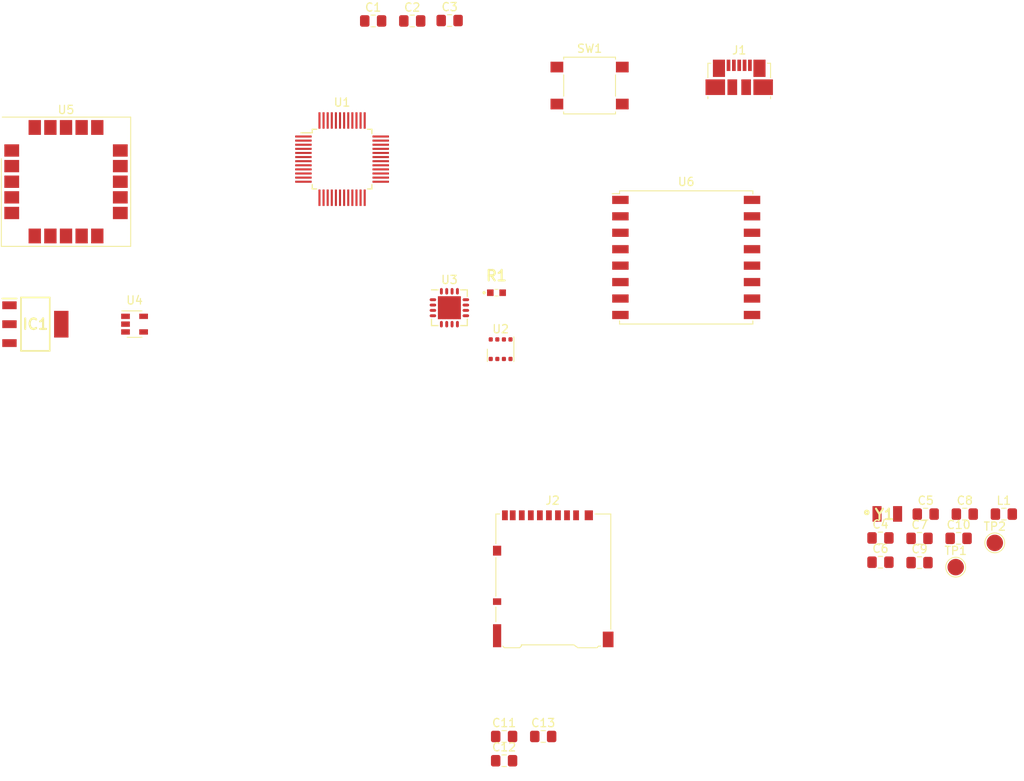
<source format=kicad_pcb>
(kicad_pcb (version 20171130) (host pcbnew "(5.1.4)-1")

  (general
    (thickness 1.6)
    (drawings 0)
    (tracks 0)
    (zones 0)
    (modules 28)
    (nets 122)
  )

  (page A4)
  (layers
    (0 F.Cu signal)
    (31 B.Cu signal)
    (32 B.Adhes user)
    (33 F.Adhes user)
    (34 B.Paste user)
    (35 F.Paste user)
    (36 B.SilkS user)
    (37 F.SilkS user)
    (38 B.Mask user)
    (39 F.Mask user)
    (40 Dwgs.User user)
    (41 Cmts.User user)
    (42 Eco1.User user)
    (43 Eco2.User user)
    (44 Edge.Cuts user)
    (45 Margin user)
    (46 B.CrtYd user)
    (47 F.CrtYd user)
    (48 B.Fab user)
    (49 F.Fab user)
  )

  (setup
    (last_trace_width 0.25)
    (trace_clearance 0.2)
    (zone_clearance 0.508)
    (zone_45_only no)
    (trace_min 0.2)
    (via_size 0.8)
    (via_drill 0.4)
    (via_min_size 0.4)
    (via_min_drill 0.3)
    (uvia_size 0.3)
    (uvia_drill 0.1)
    (uvias_allowed no)
    (uvia_min_size 0.2)
    (uvia_min_drill 0.1)
    (edge_width 0.05)
    (segment_width 0.2)
    (pcb_text_width 0.3)
    (pcb_text_size 1.5 1.5)
    (mod_edge_width 0.12)
    (mod_text_size 1 1)
    (mod_text_width 0.15)
    (pad_size 1.524 1.524)
    (pad_drill 0.762)
    (pad_to_mask_clearance 0.051)
    (solder_mask_min_width 0.25)
    (aux_axis_origin 0 0)
    (visible_elements FFFFFF7F)
    (pcbplotparams
      (layerselection 0x010fc_ffffffff)
      (usegerberextensions false)
      (usegerberattributes false)
      (usegerberadvancedattributes false)
      (creategerberjobfile false)
      (excludeedgelayer true)
      (linewidth 0.100000)
      (plotframeref false)
      (viasonmask false)
      (mode 1)
      (useauxorigin false)
      (hpglpennumber 1)
      (hpglpenspeed 20)
      (hpglpendiameter 15.000000)
      (psnegative false)
      (psa4output false)
      (plotreference true)
      (plotvalue true)
      (plotinvisibletext false)
      (padsonsilk false)
      (subtractmaskfromsilk false)
      (outputformat 1)
      (mirror false)
      (drillshape 1)
      (scaleselection 1)
      (outputdirectory ""))
  )

  (net 0 "")
  (net 1 "Net-(R1-Pad1)")
  (net 2 "Net-(R1-Pad2)")
  (net 3 "Net-(U1-Pad5)")
  (net 4 "Net-(U1-Pad18)")
  (net 5 "Net-(U1-Pad22)")
  (net 6 "Net-(U1-Pad37)")
  (net 7 "Net-(U1-Pad38)")
  (net 8 "Net-(U1-Pad39)")
  (net 9 "Net-(U1-Pad41)")
  (net 10 "Net-(U1-Pad44)")
  (net 11 "Net-(U1-Pad48)")
  (net 12 "Net-(U2-Pad1)")
  (net 13 "Net-(U2-Pad2)")
  (net 14 "Net-(U2-Pad3)")
  (net 15 "Net-(U2-Pad4)")
  (net 16 "Net-(U2-Pad5)")
  (net 17 "Net-(U2-Pad6)")
  (net 18 "Net-(U2-Pad7)")
  (net 19 "Net-(U2-Pad8)")
  (net 20 "Net-(U3-Pad1)")
  (net 21 "Net-(U3-Pad2)")
  (net 22 "Net-(U3-Pad3)")
  (net 23 "Net-(U3-Pad4)")
  (net 24 "Net-(U3-Pad5)")
  (net 25 "Net-(U3-Pad6)")
  (net 26 "Net-(U3-Pad7)")
  (net 27 "Net-(U3-Pad8)")
  (net 28 "Net-(U3-Pad9)")
  (net 29 "Net-(U3-Pad10)")
  (net 30 "Net-(U3-Pad11)")
  (net 31 "Net-(U3-Pad12)")
  (net 32 "Net-(U3-Pad13)")
  (net 33 "Net-(U3-Pad15)")
  (net 34 "Net-(U3-Pad16)")
  (net 35 "Net-(U3-Pad17)")
  (net 36 "Net-(U4-Pad1)")
  (net 37 "Net-(U4-Pad2)")
  (net 38 "Net-(U4-Pad3)")
  (net 39 "Net-(U4-Pad4)")
  (net 40 "Net-(U4-Pad5)")
  (net 41 "Net-(U5-Pad1)")
  (net 42 "Net-(U5-Pad2)")
  (net 43 "Net-(U5-Pad3)")
  (net 44 "Net-(U5-Pad7)")
  (net 45 "Net-(U5-Pad8)")
  (net 46 "Net-(U5-Pad9)")
  (net 47 "Net-(U5-Pad12)")
  (net 48 "Net-(U5-Pad13)")
  (net 49 "Net-(U5-Pad14)")
  (net 50 "Net-(U5-Pad17)")
  (net 51 "Net-(U5-Pad18)")
  (net 52 "Net-(U5-Pad19)")
  (net 53 "Net-(J1-Pad4)")
  (net 54 "Net-(U6-Pad16)")
  (net 55 "Net-(U6-Pad15)")
  (net 56 "Net-(U6-Pad14)")
  (net 57 "Net-(U6-Pad13)")
  (net 58 "Net-(U6-Pad12)")
  (net 59 "Net-(U6-Pad11)")
  (net 60 "Net-(U6-Pad10)")
  (net 61 "Net-(U6-Pad9)")
  (net 62 "Net-(U6-Pad8)")
  (net 63 "Net-(U6-Pad7)")
  (net 64 "Net-(U6-Pad6)")
  (net 65 "Net-(U6-Pad5)")
  (net 66 "Net-(U6-Pad4)")
  (net 67 "Net-(U6-Pad3)")
  (net 68 "Net-(U6-Pad2)")
  (net 69 "Net-(U6-Pad1)")
  (net 70 /SAMD21/A5)
  (net 71 /SAMD21/SWDIO)
  (net 72 /SAMD21/SWCLK)
  (net 73 /SAMD21/D+)
  (net 74 /SAMD21/D-)
  (net 75 /SAMD21/SCL)
  (net 76 /SAMD21/SDA)
  (net 77 /SAMD21/D7)
  (net 78 /SAMD21/D6)
  (net 79 /SAMD21/D12)
  (net 80 /SAMD21/D10)
  (net 81 /SAMD21/D13)
  (net 82 /SAMD21/D11)
  (net 83 /SAMD21/D5)
  (net 84 /SAMD21/D2)
  (net 85 /SAMD21/MISO)
  (net 86 /SAMD21/SCK)
  (net 87 /SAMD21/MOSI)
  (net 88 /SAMD21/D0)
  (net 89 /SAMD21/D1)
  (net 90 /SAMD21/D3)
  (net 91 /SAMD21/D4)
  (net 92 /SAMD21/D9)
  (net 93 /SAMD21/D8)
  (net 94 /SAMD21/A4)
  (net 95 /SAMD21/A3)
  (net 96 /SAMD21/A2)
  (net 97 /SAMD21/A1)
  (net 98 /SAMD21/AREF)
  (net 99 /SAMD21/A0)
  (net 100 GND)
  (net 101 +3V3)
  (net 102 "Net-(C6-Pad1)")
  (net 103 "Net-(C7-Pad1)")
  (net 104 "Net-(C9-Pad1)")
  (net 105 "Net-(C10-Pad1)")
  (net 106 /Power/VBUS)
  (net 107 "Net-(J2-Pad11)")
  (net 108 "Net-(J2-Pad10)")
  (net 109 "Net-(J2-Pad7)")
  (net 110 "Net-(J2-Pad6)")
  (net 111 "Net-(J2-Pad5)")
  (net 112 "Net-(J2-Pad4)")
  (net 113 "Net-(J2-Pad3)")
  (net 114 "Net-(J2-Pad2)")
  (net 115 "Net-(J2-Pad1)")
  (net 116 "Net-(J2-Pad8)")
  (net 117 "Net-(J2-Pad9)")
  (net 118 /SAMD21/~RESET_SAMD)
  (net 119 /Power/SHIELD)
  (net 120 /Power/D+)
  (net 121 /Power/D-)

  (net_class Default "This is the default net class."
    (clearance 0.2)
    (trace_width 0.25)
    (via_dia 0.8)
    (via_drill 0.4)
    (uvia_dia 0.3)
    (uvia_drill 0.1)
    (add_net +3V3)
    (add_net /Power/D+)
    (add_net /Power/D-)
    (add_net /Power/SHIELD)
    (add_net /Power/VBUS)
    (add_net /SAMD21/A0)
    (add_net /SAMD21/A1)
    (add_net /SAMD21/A2)
    (add_net /SAMD21/A3)
    (add_net /SAMD21/A4)
    (add_net /SAMD21/A5)
    (add_net /SAMD21/AREF)
    (add_net /SAMD21/D+)
    (add_net /SAMD21/D-)
    (add_net /SAMD21/D0)
    (add_net /SAMD21/D1)
    (add_net /SAMD21/D10)
    (add_net /SAMD21/D11)
    (add_net /SAMD21/D12)
    (add_net /SAMD21/D13)
    (add_net /SAMD21/D2)
    (add_net /SAMD21/D3)
    (add_net /SAMD21/D4)
    (add_net /SAMD21/D5)
    (add_net /SAMD21/D6)
    (add_net /SAMD21/D7)
    (add_net /SAMD21/D8)
    (add_net /SAMD21/D9)
    (add_net /SAMD21/MISO)
    (add_net /SAMD21/MOSI)
    (add_net /SAMD21/SCK)
    (add_net /SAMD21/SCL)
    (add_net /SAMD21/SDA)
    (add_net /SAMD21/SWCLK)
    (add_net /SAMD21/SWDIO)
    (add_net /SAMD21/~RESET_SAMD)
    (add_net GND)
    (add_net "Net-(C10-Pad1)")
    (add_net "Net-(C6-Pad1)")
    (add_net "Net-(C7-Pad1)")
    (add_net "Net-(C9-Pad1)")
    (add_net "Net-(J1-Pad4)")
    (add_net "Net-(J2-Pad1)")
    (add_net "Net-(J2-Pad10)")
    (add_net "Net-(J2-Pad11)")
    (add_net "Net-(J2-Pad2)")
    (add_net "Net-(J2-Pad3)")
    (add_net "Net-(J2-Pad4)")
    (add_net "Net-(J2-Pad5)")
    (add_net "Net-(J2-Pad6)")
    (add_net "Net-(J2-Pad7)")
    (add_net "Net-(J2-Pad8)")
    (add_net "Net-(J2-Pad9)")
    (add_net "Net-(R1-Pad1)")
    (add_net "Net-(R1-Pad2)")
    (add_net "Net-(U1-Pad18)")
    (add_net "Net-(U1-Pad22)")
    (add_net "Net-(U1-Pad37)")
    (add_net "Net-(U1-Pad38)")
    (add_net "Net-(U1-Pad39)")
    (add_net "Net-(U1-Pad41)")
    (add_net "Net-(U1-Pad44)")
    (add_net "Net-(U1-Pad48)")
    (add_net "Net-(U1-Pad5)")
    (add_net "Net-(U2-Pad1)")
    (add_net "Net-(U2-Pad2)")
    (add_net "Net-(U2-Pad3)")
    (add_net "Net-(U2-Pad4)")
    (add_net "Net-(U2-Pad5)")
    (add_net "Net-(U2-Pad6)")
    (add_net "Net-(U2-Pad7)")
    (add_net "Net-(U2-Pad8)")
    (add_net "Net-(U3-Pad1)")
    (add_net "Net-(U3-Pad10)")
    (add_net "Net-(U3-Pad11)")
    (add_net "Net-(U3-Pad12)")
    (add_net "Net-(U3-Pad13)")
    (add_net "Net-(U3-Pad15)")
    (add_net "Net-(U3-Pad16)")
    (add_net "Net-(U3-Pad17)")
    (add_net "Net-(U3-Pad2)")
    (add_net "Net-(U3-Pad3)")
    (add_net "Net-(U3-Pad4)")
    (add_net "Net-(U3-Pad5)")
    (add_net "Net-(U3-Pad6)")
    (add_net "Net-(U3-Pad7)")
    (add_net "Net-(U3-Pad8)")
    (add_net "Net-(U3-Pad9)")
    (add_net "Net-(U4-Pad1)")
    (add_net "Net-(U4-Pad2)")
    (add_net "Net-(U4-Pad3)")
    (add_net "Net-(U4-Pad4)")
    (add_net "Net-(U4-Pad5)")
    (add_net "Net-(U5-Pad1)")
    (add_net "Net-(U5-Pad12)")
    (add_net "Net-(U5-Pad13)")
    (add_net "Net-(U5-Pad14)")
    (add_net "Net-(U5-Pad17)")
    (add_net "Net-(U5-Pad18)")
    (add_net "Net-(U5-Pad19)")
    (add_net "Net-(U5-Pad2)")
    (add_net "Net-(U5-Pad3)")
    (add_net "Net-(U5-Pad7)")
    (add_net "Net-(U5-Pad8)")
    (add_net "Net-(U5-Pad9)")
    (add_net "Net-(U6-Pad1)")
    (add_net "Net-(U6-Pad10)")
    (add_net "Net-(U6-Pad11)")
    (add_net "Net-(U6-Pad12)")
    (add_net "Net-(U6-Pad13)")
    (add_net "Net-(U6-Pad14)")
    (add_net "Net-(U6-Pad15)")
    (add_net "Net-(U6-Pad16)")
    (add_net "Net-(U6-Pad2)")
    (add_net "Net-(U6-Pad3)")
    (add_net "Net-(U6-Pad4)")
    (add_net "Net-(U6-Pad5)")
    (add_net "Net-(U6-Pad6)")
    (add_net "Net-(U6-Pad7)")
    (add_net "Net-(U6-Pad8)")
    (add_net "Net-(U6-Pad9)")
  )

  (module Button_Switch_SMD:SW_SPST_B3S-1000 (layer F.Cu) (tedit 5A02FC95) (tstamp 5DFF12FC)
    (at 193.0872 56.2704)
    (descr "Surface Mount Tactile Switch for High-Density Packaging")
    (tags "Tactile Switch")
    (path /5DFEA50A/5E034C1D)
    (attr smd)
    (fp_text reference SW1 (at 0 -4.5) (layer F.SilkS)
      (effects (font (size 1 1) (thickness 0.15)))
    )
    (fp_text value SW_SPST (at 0 4.5) (layer F.Fab)
      (effects (font (size 1 1) (thickness 0.15)))
    )
    (fp_line (start -3 3.3) (end -3 -3.3) (layer F.Fab) (width 0.1))
    (fp_line (start 3 3.3) (end -3 3.3) (layer F.Fab) (width 0.1))
    (fp_line (start 3 -3.3) (end 3 3.3) (layer F.Fab) (width 0.1))
    (fp_line (start -3 -3.3) (end 3 -3.3) (layer F.Fab) (width 0.1))
    (fp_circle (center 0 0) (end 1.65 0) (layer F.Fab) (width 0.1))
    (fp_line (start 3.15 -1.3) (end 3.15 1.3) (layer F.SilkS) (width 0.12))
    (fp_line (start -3.15 3.45) (end -3.15 3.2) (layer F.SilkS) (width 0.12))
    (fp_line (start 3.15 3.45) (end -3.15 3.45) (layer F.SilkS) (width 0.12))
    (fp_line (start 3.15 3.2) (end 3.15 3.45) (layer F.SilkS) (width 0.12))
    (fp_line (start -3.15 1.3) (end -3.15 -1.3) (layer F.SilkS) (width 0.12))
    (fp_line (start 3.15 -3.45) (end 3.15 -3.2) (layer F.SilkS) (width 0.12))
    (fp_line (start -3.15 -3.45) (end 3.15 -3.45) (layer F.SilkS) (width 0.12))
    (fp_line (start -3.15 -3.2) (end -3.15 -3.45) (layer F.SilkS) (width 0.12))
    (fp_line (start -5 -3.7) (end -5 3.7) (layer F.CrtYd) (width 0.05))
    (fp_line (start 5 -3.7) (end -5 -3.7) (layer F.CrtYd) (width 0.05))
    (fp_line (start 5 3.7) (end 5 -3.7) (layer F.CrtYd) (width 0.05))
    (fp_line (start -5 3.7) (end 5 3.7) (layer F.CrtYd) (width 0.05))
    (fp_text user %R (at 0 -4.5) (layer F.Fab)
      (effects (font (size 1 1) (thickness 0.15)))
    )
    (pad 2 smd rect (at 3.975 2.25) (size 1.55 1.3) (layers F.Cu F.Paste F.Mask)
      (net 100 GND))
    (pad 2 smd rect (at -3.975 2.25) (size 1.55 1.3) (layers F.Cu F.Paste F.Mask)
      (net 100 GND))
    (pad 1 smd rect (at 3.975 -2.25) (size 1.55 1.3) (layers F.Cu F.Paste F.Mask)
      (net 118 /SAMD21/~RESET_SAMD))
    (pad 1 smd rect (at -3.975 -2.25) (size 1.55 1.3) (layers F.Cu F.Paste F.Mask)
      (net 118 /SAMD21/~RESET_SAMD))
    (model ${KISYS3DMOD}/Button_Switch_SMD.3dshapes/SW_SPST_B3S-1000.wrl
      (at (xyz 0 0 0))
      (scale (xyz 1 1 1))
      (rotate (xyz 0 0 0))
    )
    (model ${KISYS3DMOD}/Button_Switch_SMD.3dshapes/SW_SPST_PTS645.wrl
      (at (xyz 0 0 0))
      (scale (xyz 1 1 1))
      (rotate (xyz 0 0 0))
    )
  )

  (module Connector_USB:USB_Micro-B_Molex_47346-0001 (layer F.Cu) (tedit 5A1DC0BD) (tstamp 5DFF1198)
    (at 211.2772 55.2704)
    (descr "Micro USB B receptable with flange, bottom-mount, SMD, right-angle (http://www.molex.com/pdm_docs/sd/473460001_sd.pdf)")
    (tags "Micro B USB SMD")
    (path /5DFEABE4/5E03FA67)
    (attr smd)
    (fp_text reference J1 (at 0 -3.3 180) (layer F.SilkS)
      (effects (font (size 1 1) (thickness 0.15)))
    )
    (fp_text value USB_B_Micro (at 0 4.6 180) (layer F.Fab)
      (effects (font (size 1 1) (thickness 0.15)))
    )
    (fp_line (start -3.25 2.65) (end 3.25 2.65) (layer F.Fab) (width 0.1))
    (fp_line (start -3.81 2.6) (end -3.81 2.34) (layer F.SilkS) (width 0.12))
    (fp_line (start -3.81 0.06) (end -3.81 -1.71) (layer F.SilkS) (width 0.12))
    (fp_line (start -3.81 -1.71) (end -3.43 -1.71) (layer F.SilkS) (width 0.12))
    (fp_line (start 3.81 -1.71) (end 3.81 0.06) (layer F.SilkS) (width 0.12))
    (fp_line (start 3.81 2.34) (end 3.81 2.6) (layer F.SilkS) (width 0.12))
    (fp_line (start -3.75 3.35) (end -3.75 -1.65) (layer F.Fab) (width 0.1))
    (fp_line (start -3.75 -1.65) (end 3.75 -1.65) (layer F.Fab) (width 0.1))
    (fp_line (start 3.75 -1.65) (end 3.75 3.35) (layer F.Fab) (width 0.1))
    (fp_line (start 3.75 3.35) (end -3.75 3.35) (layer F.Fab) (width 0.1))
    (fp_line (start -4.6 3.9) (end -4.6 -2.7) (layer F.CrtYd) (width 0.05))
    (fp_line (start -4.6 -2.7) (end 4.6 -2.7) (layer F.CrtYd) (width 0.05))
    (fp_line (start 4.6 -2.7) (end 4.6 3.9) (layer F.CrtYd) (width 0.05))
    (fp_line (start 4.6 3.9) (end -4.6 3.9) (layer F.CrtYd) (width 0.05))
    (fp_line (start 3.81 -1.71) (end 3.43 -1.71) (layer F.SilkS) (width 0.12))
    (fp_text user %R (at 0 1.2) (layer F.Fab)
      (effects (font (size 1 1) (thickness 0.15)))
    )
    (fp_text user "PCB Edge" (at 0 2.67 180) (layer Dwgs.User)
      (effects (font (size 0.4 0.4) (thickness 0.04)))
    )
    (pad 6 smd rect (at 0.84 1.2) (size 1.175 1.9) (layers F.Cu F.Paste F.Mask)
      (net 119 /Power/SHIELD))
    (pad 6 smd rect (at -0.84 1.2) (size 1.175 1.9) (layers F.Cu F.Paste F.Mask)
      (net 119 /Power/SHIELD))
    (pad 6 smd rect (at 2.91 1.2) (size 2.375 1.9) (layers F.Cu F.Paste F.Mask)
      (net 119 /Power/SHIELD))
    (pad 6 smd rect (at -2.91 1.2) (size 2.375 1.9) (layers F.Cu F.Paste F.Mask)
      (net 119 /Power/SHIELD))
    (pad 6 smd rect (at 2.4625 -1.1) (size 1.475 2.1) (layers F.Cu F.Paste F.Mask)
      (net 119 /Power/SHIELD))
    (pad 6 smd rect (at -2.4625 -1.1) (size 1.475 2.1) (layers F.Cu F.Paste F.Mask)
      (net 119 /Power/SHIELD))
    (pad 5 smd rect (at 1.3 -1.46) (size 0.45 1.38) (layers F.Cu F.Paste F.Mask)
      (net 100 GND))
    (pad 4 smd rect (at 0.65 -1.46) (size 0.45 1.38) (layers F.Cu F.Paste F.Mask)
      (net 53 "Net-(J1-Pad4)"))
    (pad 3 smd rect (at 0 -1.46) (size 0.45 1.38) (layers F.Cu F.Paste F.Mask)
      (net 120 /Power/D+))
    (pad 2 smd rect (at -0.65 -1.46) (size 0.45 1.38) (layers F.Cu F.Paste F.Mask)
      (net 121 /Power/D-))
    (pad 1 smd rect (at -1.3 -1.46) (size 0.45 1.38) (layers F.Cu F.Paste F.Mask)
      (net 106 /Power/VBUS))
    (model ${KISYS3DMOD}/Connector_USB.3dshapes/USB_Micro-B_Molex_47346-0001.wrl
      (at (xyz 0 0 0))
      (scale (xyz 1 1 1))
      (rotate (xyz 0 0 0))
    )
  )

  (module SamacSys_Parts:ABS-07 (layer F.Cu) (tedit 0) (tstamp 5DFF031F)
    (at 229.2806 108.377799)
    (descr ABS-07)
    (tags "Crystal or Oscillator")
    (path /5DFEA50A/5E01729B)
    (attr smd)
    (fp_text reference Y1 (at -0.35 0.057) (layer F.SilkS)
      (effects (font (size 1.27 1.27) (thickness 0.254)))
    )
    (fp_text value 32768Hz (at -0.35 0.057) (layer F.SilkS) hide
      (effects (font (size 1.27 1.27) (thickness 0.254)))
    )
    (fp_circle (center -2.497 -0.177) (end -2.497 -0.093) (layer F.SilkS) (width 0.254))
    (fp_line (start -1.6 0.75) (end -1.6 -0.75) (layer F.Fab) (width 0.254))
    (fp_line (start 1.6 0.75) (end -1.6 0.75) (layer F.Fab) (width 0.254))
    (fp_line (start 1.6 -0.75) (end 1.6 0.75) (layer F.Fab) (width 0.254))
    (fp_line (start -1.6 -0.75) (end 1.6 -0.75) (layer F.Fab) (width 0.254))
    (fp_text user %R (at -0.35 0.057) (layer F.Fab)
      (effects (font (size 1.27 1.27) (thickness 0.254)))
    )
    (pad 2 smd rect (at 1.25 0) (size 1.1 1.9) (layers F.Cu F.Paste F.Mask)
      (net 105 "Net-(C10-Pad1)"))
    (pad 1 smd rect (at -1.25 0) (size 1.1 1.9) (layers F.Cu F.Paste F.Mask)
      (net 104 "Net-(C9-Pad1)"))
  )

  (module TestPoint:TestPoint_Pad_D2.0mm (layer F.Cu) (tedit 5A0F774F) (tstamp 5DFF009B)
    (at 242.3476 111.9028)
    (descr "SMD pad as test Point, diameter 2.0mm")
    (tags "test point SMD pad")
    (path /5DFEA50A/5E02DC98)
    (attr virtual)
    (fp_text reference TP2 (at 0 -1.998) (layer F.SilkS)
      (effects (font (size 1 1) (thickness 0.15)))
    )
    (fp_text value TestPoint (at 0 2.05) (layer F.Fab)
      (effects (font (size 1 1) (thickness 0.15)))
    )
    (fp_circle (center 0 0) (end 0 1.2) (layer F.SilkS) (width 0.12))
    (fp_circle (center 0 0) (end 1.5 0) (layer F.CrtYd) (width 0.05))
    (fp_text user %R (at 0 -2) (layer F.Fab)
      (effects (font (size 1 1) (thickness 0.15)))
    )
    (pad 1 smd circle (at 0 0) (size 2 2) (layers F.Cu F.Mask)
      (net 71 /SAMD21/SWDIO))
  )

  (module TestPoint:TestPoint_Pad_D2.0mm (layer F.Cu) (tedit 5A0F774F) (tstamp 5DFF0093)
    (at 237.5976 114.8528)
    (descr "SMD pad as test Point, diameter 2.0mm")
    (tags "test point SMD pad")
    (path /5DFEA50A/5E02CEE2)
    (attr virtual)
    (fp_text reference TP1 (at 0 -1.998) (layer F.SilkS)
      (effects (font (size 1 1) (thickness 0.15)))
    )
    (fp_text value TestPoint (at 0 2.05) (layer F.Fab)
      (effects (font (size 1 1) (thickness 0.15)))
    )
    (fp_circle (center 0 0) (end 0 1.2) (layer F.SilkS) (width 0.12))
    (fp_circle (center 0 0) (end 1.5 0) (layer F.CrtYd) (width 0.05))
    (fp_text user %R (at 0 -2) (layer F.Fab)
      (effects (font (size 1 1) (thickness 0.15)))
    )
    (pad 1 smd circle (at 0 0) (size 2 2) (layers F.Cu F.Mask)
      (net 72 /SAMD21/SWCLK))
  )

  (module Inductor_SMD:L_0805_2012Metric_Pad1.15x1.40mm_HandSolder (layer F.Cu) (tedit 5B36C52B) (tstamp 5DFF0063)
    (at 243.4476 108.4028)
    (descr "Capacitor SMD 0805 (2012 Metric), square (rectangular) end terminal, IPC_7351 nominal with elongated pad for handsoldering. (Body size source: https://docs.google.com/spreadsheets/d/1BsfQQcO9C6DZCsRaXUlFlo91Tg2WpOkGARC1WS5S8t0/edit?usp=sharing), generated with kicad-footprint-generator")
    (tags "inductor handsolder")
    (path /5DFEA50A/5E00F61A)
    (attr smd)
    (fp_text reference L1 (at 0 -1.65) (layer F.SilkS)
      (effects (font (size 1 1) (thickness 0.15)))
    )
    (fp_text value 10uH (at 0 1.65) (layer F.Fab)
      (effects (font (size 1 1) (thickness 0.15)))
    )
    (fp_text user %R (at 0 0) (layer F.Fab)
      (effects (font (size 0.5 0.5) (thickness 0.08)))
    )
    (fp_line (start 1.85 0.95) (end -1.85 0.95) (layer F.CrtYd) (width 0.05))
    (fp_line (start 1.85 -0.95) (end 1.85 0.95) (layer F.CrtYd) (width 0.05))
    (fp_line (start -1.85 -0.95) (end 1.85 -0.95) (layer F.CrtYd) (width 0.05))
    (fp_line (start -1.85 0.95) (end -1.85 -0.95) (layer F.CrtYd) (width 0.05))
    (fp_line (start -0.261252 0.71) (end 0.261252 0.71) (layer F.SilkS) (width 0.12))
    (fp_line (start -0.261252 -0.71) (end 0.261252 -0.71) (layer F.SilkS) (width 0.12))
    (fp_line (start 1 0.6) (end -1 0.6) (layer F.Fab) (width 0.1))
    (fp_line (start 1 -0.6) (end 1 0.6) (layer F.Fab) (width 0.1))
    (fp_line (start -1 -0.6) (end 1 -0.6) (layer F.Fab) (width 0.1))
    (fp_line (start -1 0.6) (end -1 -0.6) (layer F.Fab) (width 0.1))
    (pad 2 smd roundrect (at 1.025 0) (size 1.15 1.4) (layers F.Cu F.Paste F.Mask) (roundrect_rratio 0.217391)
      (net 103 "Net-(C7-Pad1)"))
    (pad 1 smd roundrect (at -1.025 0) (size 1.15 1.4) (layers F.Cu F.Paste F.Mask) (roundrect_rratio 0.217391)
      (net 101 +3V3))
    (model ${KISYS3DMOD}/Inductor_SMD.3dshapes/L_0805_2012Metric.wrl
      (at (xyz 0 0 0))
      (scale (xyz 1 1 1))
      (rotate (xyz 0 0 0))
    )
  )

  (module Connector_Card:microSD_HC_Hirose_DM3AT-SF-PEJM5 (layer F.Cu) (tedit 5A1DBFB5) (tstamp 5DFF0052)
    (at 188.6676 116.2728)
    (descr "Micro SD, SMD, right-angle, push-pull (https://www.hirose.com/product/en/download_file/key_name/DM3AT-SF-PEJM5/category/Drawing%20(2D)/doc_file_id/44099/?file_category_id=6&item_id=06090031000&is_series=)")
    (tags "Micro SD")
    (path /5DFEAE2A/5E043395)
    (attr smd)
    (fp_text reference J2 (at -0.075 -9.525) (layer F.SilkS)
      (effects (font (size 1 1) (thickness 0.15)))
    )
    (fp_text value Micro_SD_Card_Det (at -0.075 9.575) (layer F.Fab)
      (effects (font (size 1 1) (thickness 0.15)))
    )
    (fp_arc (start -5.425 13.225) (end -5.425 13.725) (angle 90) (layer F.Fab) (width 0.1))
    (fp_arc (start 4.575 13.225) (end 5.075 13.225) (angle 90) (layer F.Fab) (width 0.1))
    (fp_arc (start -5.425 9.225) (end -5.425 9.725) (angle 90) (layer F.Fab) (width 0.1))
    (fp_arc (start 4.575 9.225) (end 5.075 9.225) (angle 90) (layer F.Fab) (width 0.1))
    (fp_line (start 3.275 -1.525) (end 2.7 -1.125) (layer Dwgs.User) (width 0.1))
    (fp_line (start 3.275 -2.025) (end 2 -1.125) (layer Dwgs.User) (width 0.1))
    (fp_line (start 3.275 -2.525) (end 1.3 -1.125) (layer Dwgs.User) (width 0.1))
    (fp_line (start 2.825 -2.725) (end 0.6 -1.125) (layer Dwgs.User) (width 0.1))
    (fp_line (start 2.125 -2.725) (end -0.1 -1.125) (layer Dwgs.User) (width 0.1))
    (fp_line (start 1.425 -2.725) (end -0.8 -1.125) (layer Dwgs.User) (width 0.1))
    (fp_line (start 0.725 -2.725) (end -1.5 -1.125) (layer Dwgs.User) (width 0.1))
    (fp_line (start 0.025 -2.725) (end -2.2 -1.125) (layer Dwgs.User) (width 0.1))
    (fp_line (start -0.675 -2.725) (end -2.9 -1.125) (layer Dwgs.User) (width 0.1))
    (fp_line (start -1.375 -2.725) (end -3.6 -1.125) (layer Dwgs.User) (width 0.1))
    (fp_line (start -2.075 -2.725) (end -4.3 -1.125) (layer Dwgs.User) (width 0.1))
    (fp_line (start -5.925 8.325) (end -5.925 13.225) (layer F.Fab) (width 0.1))
    (fp_line (start 5.075 13.225) (end 5.075 8.325) (layer F.Fab) (width 0.1))
    (fp_line (start -5.425 13.725) (end 4.575 13.725) (layer F.Fab) (width 0.1))
    (fp_line (start -5.425 9.725) (end 4.575 9.725) (layer F.Fab) (width 0.1))
    (fp_line (start 2.51 7.975) (end -3.915 7.975) (layer F.Fab) (width 0.1))
    (fp_line (start 6.925 -7.825) (end -6.925 -7.825) (layer F.Fab) (width 0.1))
    (fp_line (start 6.925 8.125) (end 6.925 -7.825) (layer F.Fab) (width 0.1))
    (fp_line (start -6.925 8.125) (end -6.925 -7.825) (layer F.Fab) (width 0.1))
    (fp_line (start 5.285 8.325) (end 3.035 8.325) (layer F.Fab) (width 0.1))
    (fp_line (start 5.285 8.325) (end 5.485 8.125) (layer F.Fab) (width 0.1))
    (fp_line (start 3.035 8.325) (end 2.51 7.975) (layer F.Fab) (width 0.1))
    (fp_line (start -5.915 8.325) (end -6.115 8.125) (layer F.Fab) (width 0.1))
    (fp_line (start -3.915 8.125) (end -4.115 8.325) (layer F.Fab) (width 0.1))
    (fp_line (start -4.115 8.325) (end -5.915 8.325) (layer F.Fab) (width 0.1))
    (fp_line (start 5.485 8.125) (end 6.925 8.125) (layer F.Fab) (width 0.1))
    (fp_line (start -6.115 8.125) (end -6.925 8.125) (layer F.Fab) (width 0.1))
    (fp_line (start -3.915 8.125) (end -3.915 7.975) (layer F.Fab) (width 0.1))
    (fp_line (start -5.425 -2.725) (end 3.275 -2.725) (layer Dwgs.User) (width 0.1))
    (fp_line (start 3.275 -2.725) (end 3.275 -1.125) (layer Dwgs.User) (width 0.1))
    (fp_line (start 3.275 -1.125) (end -5.425 -1.125) (layer Dwgs.User) (width 0.1))
    (fp_line (start 2.925 6.975) (end 5.475 6.975) (layer Dwgs.User) (width 0.1))
    (fp_line (start 5.475 6.975) (end 5.475 8.325) (layer Dwgs.User) (width 0.1))
    (fp_line (start 5.475 8.325) (end 2.925 8.325) (layer Dwgs.User) (width 0.1))
    (fp_line (start 2.925 8.325) (end 2.925 6.975) (layer Dwgs.User) (width 0.1))
    (fp_line (start -6.125 -1.425) (end -5.425 -1.425) (layer Dwgs.User) (width 0.1))
    (fp_line (start -5.425 -2.725) (end -5.425 6.175) (layer Dwgs.User) (width 0.1))
    (fp_line (start -5.425 6.175) (end -6.125 6.175) (layer Dwgs.User) (width 0.1))
    (fp_line (start -6.125 6.175) (end -6.125 -1.425) (layer Dwgs.User) (width 0.1))
    (fp_line (start -7.225 -7.275) (end -6.475 -7.275) (layer Dwgs.User) (width 0.1))
    (fp_line (start -6.475 -7.275) (end -6.475 0.775) (layer Dwgs.User) (width 0.1))
    (fp_line (start -6.475 0.775) (end -7.225 0.775) (layer Dwgs.User) (width 0.1))
    (fp_line (start -7.225 0.775) (end -7.225 -7.275) (layer Dwgs.User) (width 0.1))
    (fp_line (start -7.82 -8.82) (end 7.88 -8.82) (layer F.CrtYd) (width 0.05))
    (fp_line (start 7.88 -8.82) (end 7.88 8.88) (layer F.CrtYd) (width 0.05))
    (fp_line (start 7.88 8.88) (end -7.82 8.88) (layer F.CrtYd) (width 0.05))
    (fp_line (start -7.82 8.88) (end -7.82 -8.82) (layer F.CrtYd) (width 0.05))
    (fp_line (start 5.075 -7.885) (end 6.995 -7.885) (layer F.SilkS) (width 0.12))
    (fp_line (start 6.995 -7.885) (end 6.995 6.125) (layer F.SilkS) (width 0.12))
    (fp_line (start -6.525 -7.885) (end -6.975 -7.885) (layer F.SilkS) (width 0.12))
    (fp_line (start -6.975 -7.885) (end -6.975 -4.275) (layer F.SilkS) (width 0.12))
    (fp_line (start 5.315 8.385) (end 3.005 8.385) (layer F.SilkS) (width 0.12))
    (fp_line (start -5.945 8.385) (end -4.085 8.385) (layer F.SilkS) (width 0.12))
    (fp_line (start -5.945 8.385) (end -6.145 8.185) (layer F.SilkS) (width 0.12))
    (fp_line (start -6.975 -2.575) (end -6.975 2.125) (layer F.SilkS) (width 0.12))
    (fp_line (start -6.975 3.425) (end -6.975 5.225) (layer F.SilkS) (width 0.12))
    (fp_line (start -3.875 8.035) (end 2.495 8.035) (layer F.SilkS) (width 0.12))
    (fp_line (start -3.875 8.035) (end -3.875 8.185) (layer F.SilkS) (width 0.12))
    (fp_line (start -4.085 8.385) (end -3.875 8.185) (layer F.SilkS) (width 0.12))
    (fp_line (start 5.315 8.385) (end 5.515 8.185) (layer F.SilkS) (width 0.12))
    (fp_line (start 5.515 8.185) (end 5.775 8.185) (layer F.SilkS) (width 0.12))
    (fp_line (start 3.005 8.385) (end 2.495 8.035) (layer F.SilkS) (width 0.12))
    (fp_line (start 5.475 6.975) (end 4.675 8.325) (layer Dwgs.User) (width 0.1))
    (fp_line (start 4.975 6.975) (end 4.175 8.325) (layer Dwgs.User) (width 0.1))
    (fp_line (start 4.475 6.975) (end 3.675 8.325) (layer Dwgs.User) (width 0.1))
    (fp_line (start 3.975 6.975) (end 3.175 8.325) (layer Dwgs.User) (width 0.1))
    (fp_line (start 3.475 6.975) (end 2.925 7.875) (layer Dwgs.User) (width 0.1))
    (fp_line (start -6.475 -7.275) (end -7.225 -6.775) (layer Dwgs.User) (width 0.1))
    (fp_line (start -6.475 -6.775) (end -7.225 -6.275) (layer Dwgs.User) (width 0.1))
    (fp_line (start -6.475 -6.275) (end -7.225 -5.775) (layer Dwgs.User) (width 0.1))
    (fp_line (start -6.475 -5.775) (end -7.225 -5.275) (layer Dwgs.User) (width 0.1))
    (fp_line (start -6.475 -5.275) (end -7.225 -4.775) (layer Dwgs.User) (width 0.1))
    (fp_line (start -6.475 -4.775) (end -7.225 -4.275) (layer Dwgs.User) (width 0.1))
    (fp_line (start -6.475 -4.275) (end -7.225 -3.775) (layer Dwgs.User) (width 0.1))
    (fp_line (start -6.475 -3.775) (end -7.225 -3.275) (layer Dwgs.User) (width 0.1))
    (fp_line (start -6.475 -3.275) (end -7.225 -2.775) (layer Dwgs.User) (width 0.1))
    (fp_line (start -6.475 -2.775) (end -7.225 -2.275) (layer Dwgs.User) (width 0.1))
    (fp_line (start -6.475 -2.275) (end -7.225 -1.775) (layer Dwgs.User) (width 0.1))
    (fp_line (start -6.475 -1.775) (end -7.225 -1.275) (layer Dwgs.User) (width 0.1))
    (fp_line (start -6.475 -1.275) (end -7.225 -0.775) (layer Dwgs.User) (width 0.1))
    (fp_line (start -6.475 -0.775) (end -7.225 -0.275) (layer Dwgs.User) (width 0.1))
    (fp_line (start -6.475 -0.275) (end -7.225 0.225) (layer Dwgs.User) (width 0.1))
    (fp_line (start -6.475 0.225) (end -7.225 0.725) (layer Dwgs.User) (width 0.1))
    (fp_line (start -6.125 6.175) (end -5.425 5.675) (layer Dwgs.User) (width 0.1))
    (fp_line (start -6.125 5.675) (end -5.425 5.175) (layer Dwgs.User) (width 0.1))
    (fp_line (start -6.125 5.175) (end -5.425 4.675) (layer Dwgs.User) (width 0.1))
    (fp_line (start -6.125 4.675) (end -5.425 4.175) (layer Dwgs.User) (width 0.1))
    (fp_line (start -6.125 4.175) (end -5.425 3.675) (layer Dwgs.User) (width 0.1))
    (fp_line (start -6.125 3.675) (end -5.425 3.175) (layer Dwgs.User) (width 0.1))
    (fp_line (start -6.125 3.175) (end -5.425 2.675) (layer Dwgs.User) (width 0.1))
    (fp_line (start -6.125 2.675) (end -5.425 2.175) (layer Dwgs.User) (width 0.1))
    (fp_line (start -6.125 2.175) (end -5.425 1.675) (layer Dwgs.User) (width 0.1))
    (fp_line (start -6.125 1.675) (end -5.425 1.175) (layer Dwgs.User) (width 0.1))
    (fp_line (start -6.125 1.175) (end -5.425 0.675) (layer Dwgs.User) (width 0.1))
    (fp_line (start -6.125 0.675) (end -5.425 0.175) (layer Dwgs.User) (width 0.1))
    (fp_line (start -6.125 0.175) (end -5.425 -0.325) (layer Dwgs.User) (width 0.1))
    (fp_line (start -6.125 -0.325) (end -5.425 -0.825) (layer Dwgs.User) (width 0.1))
    (fp_line (start -6.125 -1.325) (end -5.975 -1.425) (layer Dwgs.User) (width 0.1))
    (fp_line (start -6.125 -0.825) (end -5.425 -1.325) (layer Dwgs.User) (width 0.1))
    (fp_line (start -5.425 -1.325) (end -3.475 -2.725) (layer Dwgs.User) (width 0.1))
    (fp_line (start -2.775 -2.725) (end -5 -1.125) (layer Dwgs.User) (width 0.1))
    (fp_line (start -4.875 -2.725) (end -5.425 -2.325) (layer Dwgs.User) (width 0.1))
    (fp_line (start -4.175 -2.725) (end -5.425 -1.825) (layer Dwgs.User) (width 0.1))
    (fp_text user KEEPOUT (at -5.775 2.375 90) (layer Cmts.User)
      (effects (font (size 0.6 0.6) (thickness 0.09)))
    )
    (fp_text user KEEPOUT (at -6.85 -3.25 90) (layer Cmts.User)
      (effects (font (size 0.6 0.6) (thickness 0.09)))
    )
    (fp_text user KEEPOUT (at 4.2 7.65) (layer Cmts.User)
      (effects (font (size 0.4 0.4) (thickness 0.06)))
    )
    (fp_text user %R (at -0.075 0.375) (layer F.Fab)
      (effects (font (size 1 1) (thickness 0.1)))
    )
    (fp_text user KEEPOUT (at -1.075 -1.925) (layer Cmts.User)
      (effects (font (size 1 1) (thickness 0.1)))
    )
    (pad 11 smd rect (at 6.675 7.375) (size 1.3 1.9) (layers F.Cu F.Paste F.Mask)
      (net 107 "Net-(J2-Pad11)"))
    (pad 11 smd rect (at -6.825 6.925) (size 1 2.8) (layers F.Cu F.Paste F.Mask)
      (net 107 "Net-(J2-Pad11)"))
    (pad 10 smd rect (at -6.825 2.775) (size 1 0.8) (layers F.Cu F.Paste F.Mask)
      (net 108 "Net-(J2-Pad10)"))
    (pad 11 smd rect (at -6.825 -3.425) (size 1 1.2) (layers F.Cu F.Paste F.Mask)
      (net 107 "Net-(J2-Pad11)"))
    (pad 11 smd rect (at 4.325 -7.725) (size 1 1.2) (layers F.Cu F.Paste F.Mask)
      (net 107 "Net-(J2-Pad11)"))
    (pad 7 smd rect (at -3.825 -7.725) (size 0.7 1.2) (layers F.Cu F.Paste F.Mask)
      (net 109 "Net-(J2-Pad7)"))
    (pad 6 smd rect (at -2.725 -7.725) (size 0.7 1.2) (layers F.Cu F.Paste F.Mask)
      (net 110 "Net-(J2-Pad6)"))
    (pad 5 smd rect (at -1.625 -7.725) (size 0.7 1.2) (layers F.Cu F.Paste F.Mask)
      (net 111 "Net-(J2-Pad5)"))
    (pad 4 smd rect (at -0.525 -7.725) (size 0.7 1.2) (layers F.Cu F.Paste F.Mask)
      (net 112 "Net-(J2-Pad4)"))
    (pad 3 smd rect (at 0.575 -7.725) (size 0.7 1.2) (layers F.Cu F.Paste F.Mask)
      (net 113 "Net-(J2-Pad3)"))
    (pad 2 smd rect (at 1.675 -7.725) (size 0.7 1.2) (layers F.Cu F.Paste F.Mask)
      (net 114 "Net-(J2-Pad2)"))
    (pad 1 smd rect (at 2.775 -7.725) (size 0.7 1.2) (layers F.Cu F.Paste F.Mask)
      (net 115 "Net-(J2-Pad1)"))
    (pad 8 smd rect (at -4.925 -7.725) (size 0.7 1.2) (layers F.Cu F.Paste F.Mask)
      (net 116 "Net-(J2-Pad8)"))
    (pad 9 smd rect (at -5.875 -7.725) (size 0.7 1.2) (layers F.Cu F.Paste F.Mask)
      (net 117 "Net-(J2-Pad9)"))
    (model ${KISYS3DMOD}/Connector_Card.3dshapes/microSD_HC_Hirose_DM3D-SF.wrl
      (at (xyz 0 0 0))
      (scale (xyz 1.2 1.4 1))
      (rotate (xyz 0 0 180))
    )
  )

  (module Capacitor_SMD:C_0805_2012Metric_Pad1.15x1.40mm_HandSolder (layer F.Cu) (tedit 5B36C52B) (tstamp 5DFEFFA4)
    (at 187.4476 135.4528)
    (descr "Capacitor SMD 0805 (2012 Metric), square (rectangular) end terminal, IPC_7351 nominal with elongated pad for handsoldering. (Body size source: https://docs.google.com/spreadsheets/d/1BsfQQcO9C6DZCsRaXUlFlo91Tg2WpOkGARC1WS5S8t0/edit?usp=sharing), generated with kicad-footprint-generator")
    (tags "capacitor handsolder")
    (path /5DFEABE4/5E046878)
    (attr smd)
    (fp_text reference C13 (at 0 -1.65) (layer F.SilkS)
      (effects (font (size 1 1) (thickness 0.15)))
    )
    (fp_text value 0.1uF (at 0 1.65) (layer F.Fab)
      (effects (font (size 1 1) (thickness 0.15)))
    )
    (fp_text user %R (at 0 0) (layer F.Fab)
      (effects (font (size 0.5 0.5) (thickness 0.08)))
    )
    (fp_line (start 1.85 0.95) (end -1.85 0.95) (layer F.CrtYd) (width 0.05))
    (fp_line (start 1.85 -0.95) (end 1.85 0.95) (layer F.CrtYd) (width 0.05))
    (fp_line (start -1.85 -0.95) (end 1.85 -0.95) (layer F.CrtYd) (width 0.05))
    (fp_line (start -1.85 0.95) (end -1.85 -0.95) (layer F.CrtYd) (width 0.05))
    (fp_line (start -0.261252 0.71) (end 0.261252 0.71) (layer F.SilkS) (width 0.12))
    (fp_line (start -0.261252 -0.71) (end 0.261252 -0.71) (layer F.SilkS) (width 0.12))
    (fp_line (start 1 0.6) (end -1 0.6) (layer F.Fab) (width 0.1))
    (fp_line (start 1 -0.6) (end 1 0.6) (layer F.Fab) (width 0.1))
    (fp_line (start -1 -0.6) (end 1 -0.6) (layer F.Fab) (width 0.1))
    (fp_line (start -1 0.6) (end -1 -0.6) (layer F.Fab) (width 0.1))
    (pad 2 smd roundrect (at 1.025 0) (size 1.15 1.4) (layers F.Cu F.Paste F.Mask) (roundrect_rratio 0.217391)
      (net 100 GND))
    (pad 1 smd roundrect (at -1.025 0) (size 1.15 1.4) (layers F.Cu F.Paste F.Mask) (roundrect_rratio 0.217391)
      (net 101 +3V3))
    (model ${KISYS3DMOD}/Capacitor_SMD.3dshapes/C_0805_2012Metric.wrl
      (at (xyz 0 0 0))
      (scale (xyz 1 1 1))
      (rotate (xyz 0 0 0))
    )
  )

  (module Capacitor_SMD:C_0805_2012Metric_Pad1.15x1.40mm_HandSolder (layer F.Cu) (tedit 5B36C52B) (tstamp 5DFEFF93)
    (at 182.6976 138.4028)
    (descr "Capacitor SMD 0805 (2012 Metric), square (rectangular) end terminal, IPC_7351 nominal with elongated pad for handsoldering. (Body size source: https://docs.google.com/spreadsheets/d/1BsfQQcO9C6DZCsRaXUlFlo91Tg2WpOkGARC1WS5S8t0/edit?usp=sharing), generated with kicad-footprint-generator")
    (tags "capacitor handsolder")
    (path /5DFEABE4/5E0470CD)
    (attr smd)
    (fp_text reference C12 (at 0 -1.65) (layer F.SilkS)
      (effects (font (size 1 1) (thickness 0.15)))
    )
    (fp_text value 1uF (at 0 1.65) (layer F.Fab)
      (effects (font (size 1 1) (thickness 0.15)))
    )
    (fp_text user %R (at 0 0) (layer F.Fab)
      (effects (font (size 0.5 0.5) (thickness 0.08)))
    )
    (fp_line (start 1.85 0.95) (end -1.85 0.95) (layer F.CrtYd) (width 0.05))
    (fp_line (start 1.85 -0.95) (end 1.85 0.95) (layer F.CrtYd) (width 0.05))
    (fp_line (start -1.85 -0.95) (end 1.85 -0.95) (layer F.CrtYd) (width 0.05))
    (fp_line (start -1.85 0.95) (end -1.85 -0.95) (layer F.CrtYd) (width 0.05))
    (fp_line (start -0.261252 0.71) (end 0.261252 0.71) (layer F.SilkS) (width 0.12))
    (fp_line (start -0.261252 -0.71) (end 0.261252 -0.71) (layer F.SilkS) (width 0.12))
    (fp_line (start 1 0.6) (end -1 0.6) (layer F.Fab) (width 0.1))
    (fp_line (start 1 -0.6) (end 1 0.6) (layer F.Fab) (width 0.1))
    (fp_line (start -1 -0.6) (end 1 -0.6) (layer F.Fab) (width 0.1))
    (fp_line (start -1 0.6) (end -1 -0.6) (layer F.Fab) (width 0.1))
    (pad 2 smd roundrect (at 1.025 0) (size 1.15 1.4) (layers F.Cu F.Paste F.Mask) (roundrect_rratio 0.217391)
      (net 100 GND))
    (pad 1 smd roundrect (at -1.025 0) (size 1.15 1.4) (layers F.Cu F.Paste F.Mask) (roundrect_rratio 0.217391)
      (net 101 +3V3))
    (model ${KISYS3DMOD}/Capacitor_SMD.3dshapes/C_0805_2012Metric.wrl
      (at (xyz 0 0 0))
      (scale (xyz 1 1 1))
      (rotate (xyz 0 0 0))
    )
  )

  (module Capacitor_SMD:C_0805_2012Metric_Pad1.15x1.40mm_HandSolder (layer F.Cu) (tedit 5B36C52B) (tstamp 5DFEFF82)
    (at 182.6976 135.4528)
    (descr "Capacitor SMD 0805 (2012 Metric), square (rectangular) end terminal, IPC_7351 nominal with elongated pad for handsoldering. (Body size source: https://docs.google.com/spreadsheets/d/1BsfQQcO9C6DZCsRaXUlFlo91Tg2WpOkGARC1WS5S8t0/edit?usp=sharing), generated with kicad-footprint-generator")
    (tags "capacitor handsolder")
    (path /5DFEABE4/5E044E34)
    (attr smd)
    (fp_text reference C11 (at 0 -1.65) (layer F.SilkS)
      (effects (font (size 1 1) (thickness 0.15)))
    )
    (fp_text value 1uF (at 0 1.65) (layer F.Fab)
      (effects (font (size 1 1) (thickness 0.15)))
    )
    (fp_text user %R (at 0 0) (layer F.Fab)
      (effects (font (size 0.5 0.5) (thickness 0.08)))
    )
    (fp_line (start 1.85 0.95) (end -1.85 0.95) (layer F.CrtYd) (width 0.05))
    (fp_line (start 1.85 -0.95) (end 1.85 0.95) (layer F.CrtYd) (width 0.05))
    (fp_line (start -1.85 -0.95) (end 1.85 -0.95) (layer F.CrtYd) (width 0.05))
    (fp_line (start -1.85 0.95) (end -1.85 -0.95) (layer F.CrtYd) (width 0.05))
    (fp_line (start -0.261252 0.71) (end 0.261252 0.71) (layer F.SilkS) (width 0.12))
    (fp_line (start -0.261252 -0.71) (end 0.261252 -0.71) (layer F.SilkS) (width 0.12))
    (fp_line (start 1 0.6) (end -1 0.6) (layer F.Fab) (width 0.1))
    (fp_line (start 1 -0.6) (end 1 0.6) (layer F.Fab) (width 0.1))
    (fp_line (start -1 -0.6) (end 1 -0.6) (layer F.Fab) (width 0.1))
    (fp_line (start -1 0.6) (end -1 -0.6) (layer F.Fab) (width 0.1))
    (pad 2 smd roundrect (at 1.025 0) (size 1.15 1.4) (layers F.Cu F.Paste F.Mask) (roundrect_rratio 0.217391)
      (net 100 GND))
    (pad 1 smd roundrect (at -1.025 0) (size 1.15 1.4) (layers F.Cu F.Paste F.Mask) (roundrect_rratio 0.217391)
      (net 106 /Power/VBUS))
    (model ${KISYS3DMOD}/Capacitor_SMD.3dshapes/C_0805_2012Metric.wrl
      (at (xyz 0 0 0))
      (scale (xyz 1 1 1))
      (rotate (xyz 0 0 0))
    )
  )

  (module Capacitor_SMD:C_0805_2012Metric_Pad1.15x1.40mm_HandSolder (layer F.Cu) (tedit 5B36C52B) (tstamp 5DFEFF71)
    (at 237.9476 111.3528)
    (descr "Capacitor SMD 0805 (2012 Metric), square (rectangular) end terminal, IPC_7351 nominal with elongated pad for handsoldering. (Body size source: https://docs.google.com/spreadsheets/d/1BsfQQcO9C6DZCsRaXUlFlo91Tg2WpOkGARC1WS5S8t0/edit?usp=sharing), generated with kicad-footprint-generator")
    (tags "capacitor handsolder")
    (path /5DFEA50A/5E01CEA9)
    (attr smd)
    (fp_text reference C10 (at 0 -1.65) (layer F.SilkS)
      (effects (font (size 1 1) (thickness 0.15)))
    )
    (fp_text value 10pF (at 0 1.65) (layer F.Fab)
      (effects (font (size 1 1) (thickness 0.15)))
    )
    (fp_text user %R (at 0 0) (layer F.Fab)
      (effects (font (size 0.5 0.5) (thickness 0.08)))
    )
    (fp_line (start 1.85 0.95) (end -1.85 0.95) (layer F.CrtYd) (width 0.05))
    (fp_line (start 1.85 -0.95) (end 1.85 0.95) (layer F.CrtYd) (width 0.05))
    (fp_line (start -1.85 -0.95) (end 1.85 -0.95) (layer F.CrtYd) (width 0.05))
    (fp_line (start -1.85 0.95) (end -1.85 -0.95) (layer F.CrtYd) (width 0.05))
    (fp_line (start -0.261252 0.71) (end 0.261252 0.71) (layer F.SilkS) (width 0.12))
    (fp_line (start -0.261252 -0.71) (end 0.261252 -0.71) (layer F.SilkS) (width 0.12))
    (fp_line (start 1 0.6) (end -1 0.6) (layer F.Fab) (width 0.1))
    (fp_line (start 1 -0.6) (end 1 0.6) (layer F.Fab) (width 0.1))
    (fp_line (start -1 -0.6) (end 1 -0.6) (layer F.Fab) (width 0.1))
    (fp_line (start -1 0.6) (end -1 -0.6) (layer F.Fab) (width 0.1))
    (pad 2 smd roundrect (at 1.025 0) (size 1.15 1.4) (layers F.Cu F.Paste F.Mask) (roundrect_rratio 0.217391)
      (net 100 GND))
    (pad 1 smd roundrect (at -1.025 0) (size 1.15 1.4) (layers F.Cu F.Paste F.Mask) (roundrect_rratio 0.217391)
      (net 105 "Net-(C10-Pad1)"))
    (model ${KISYS3DMOD}/Capacitor_SMD.3dshapes/C_0805_2012Metric.wrl
      (at (xyz 0 0 0))
      (scale (xyz 1 1 1))
      (rotate (xyz 0 0 0))
    )
  )

  (module Capacitor_SMD:C_0805_2012Metric_Pad1.15x1.40mm_HandSolder (layer F.Cu) (tedit 5B36C52B) (tstamp 5DFEFF60)
    (at 233.1976 114.3028)
    (descr "Capacitor SMD 0805 (2012 Metric), square (rectangular) end terminal, IPC_7351 nominal with elongated pad for handsoldering. (Body size source: https://docs.google.com/spreadsheets/d/1BsfQQcO9C6DZCsRaXUlFlo91Tg2WpOkGARC1WS5S8t0/edit?usp=sharing), generated with kicad-footprint-generator")
    (tags "capacitor handsolder")
    (path /5DFEA50A/5E01A591)
    (attr smd)
    (fp_text reference C9 (at 0 -1.65) (layer F.SilkS)
      (effects (font (size 1 1) (thickness 0.15)))
    )
    (fp_text value 10pF (at 0 1.65) (layer F.Fab)
      (effects (font (size 1 1) (thickness 0.15)))
    )
    (fp_text user %R (at 0 0) (layer F.Fab)
      (effects (font (size 0.5 0.5) (thickness 0.08)))
    )
    (fp_line (start 1.85 0.95) (end -1.85 0.95) (layer F.CrtYd) (width 0.05))
    (fp_line (start 1.85 -0.95) (end 1.85 0.95) (layer F.CrtYd) (width 0.05))
    (fp_line (start -1.85 -0.95) (end 1.85 -0.95) (layer F.CrtYd) (width 0.05))
    (fp_line (start -1.85 0.95) (end -1.85 -0.95) (layer F.CrtYd) (width 0.05))
    (fp_line (start -0.261252 0.71) (end 0.261252 0.71) (layer F.SilkS) (width 0.12))
    (fp_line (start -0.261252 -0.71) (end 0.261252 -0.71) (layer F.SilkS) (width 0.12))
    (fp_line (start 1 0.6) (end -1 0.6) (layer F.Fab) (width 0.1))
    (fp_line (start 1 -0.6) (end 1 0.6) (layer F.Fab) (width 0.1))
    (fp_line (start -1 -0.6) (end 1 -0.6) (layer F.Fab) (width 0.1))
    (fp_line (start -1 0.6) (end -1 -0.6) (layer F.Fab) (width 0.1))
    (pad 2 smd roundrect (at 1.025 0) (size 1.15 1.4) (layers F.Cu F.Paste F.Mask) (roundrect_rratio 0.217391)
      (net 100 GND))
    (pad 1 smd roundrect (at -1.025 0) (size 1.15 1.4) (layers F.Cu F.Paste F.Mask) (roundrect_rratio 0.217391)
      (net 104 "Net-(C9-Pad1)"))
    (model ${KISYS3DMOD}/Capacitor_SMD.3dshapes/C_0805_2012Metric.wrl
      (at (xyz 0 0 0))
      (scale (xyz 1 1 1))
      (rotate (xyz 0 0 0))
    )
  )

  (module Capacitor_SMD:C_0805_2012Metric_Pad1.15x1.40mm_HandSolder (layer F.Cu) (tedit 5B36C52B) (tstamp 5DFEFF4F)
    (at 238.6976 108.4028)
    (descr "Capacitor SMD 0805 (2012 Metric), square (rectangular) end terminal, IPC_7351 nominal with elongated pad for handsoldering. (Body size source: https://docs.google.com/spreadsheets/d/1BsfQQcO9C6DZCsRaXUlFlo91Tg2WpOkGARC1WS5S8t0/edit?usp=sharing), generated with kicad-footprint-generator")
    (tags "capacitor handsolder")
    (path /5DFEA50A/5E007C0F)
    (attr smd)
    (fp_text reference C8 (at 0 -1.65) (layer F.SilkS)
      (effects (font (size 1 1) (thickness 0.15)))
    )
    (fp_text value 0.1uF (at 0 1.65) (layer F.Fab)
      (effects (font (size 1 1) (thickness 0.15)))
    )
    (fp_text user %R (at 0 0) (layer F.Fab)
      (effects (font (size 0.5 0.5) (thickness 0.08)))
    )
    (fp_line (start 1.85 0.95) (end -1.85 0.95) (layer F.CrtYd) (width 0.05))
    (fp_line (start 1.85 -0.95) (end 1.85 0.95) (layer F.CrtYd) (width 0.05))
    (fp_line (start -1.85 -0.95) (end 1.85 -0.95) (layer F.CrtYd) (width 0.05))
    (fp_line (start -1.85 0.95) (end -1.85 -0.95) (layer F.CrtYd) (width 0.05))
    (fp_line (start -0.261252 0.71) (end 0.261252 0.71) (layer F.SilkS) (width 0.12))
    (fp_line (start -0.261252 -0.71) (end 0.261252 -0.71) (layer F.SilkS) (width 0.12))
    (fp_line (start 1 0.6) (end -1 0.6) (layer F.Fab) (width 0.1))
    (fp_line (start 1 -0.6) (end 1 0.6) (layer F.Fab) (width 0.1))
    (fp_line (start -1 -0.6) (end 1 -0.6) (layer F.Fab) (width 0.1))
    (fp_line (start -1 0.6) (end -1 -0.6) (layer F.Fab) (width 0.1))
    (pad 2 smd roundrect (at 1.025 0) (size 1.15 1.4) (layers F.Cu F.Paste F.Mask) (roundrect_rratio 0.217391)
      (net 100 GND))
    (pad 1 smd roundrect (at -1.025 0) (size 1.15 1.4) (layers F.Cu F.Paste F.Mask) (roundrect_rratio 0.217391)
      (net 103 "Net-(C7-Pad1)"))
    (model ${KISYS3DMOD}/Capacitor_SMD.3dshapes/C_0805_2012Metric.wrl
      (at (xyz 0 0 0))
      (scale (xyz 1 1 1))
      (rotate (xyz 0 0 0))
    )
  )

  (module Capacitor_SMD:C_0805_2012Metric_Pad1.15x1.40mm_HandSolder (layer F.Cu) (tedit 5B36C52B) (tstamp 5DFEFF3E)
    (at 233.1976 111.3528)
    (descr "Capacitor SMD 0805 (2012 Metric), square (rectangular) end terminal, IPC_7351 nominal with elongated pad for handsoldering. (Body size source: https://docs.google.com/spreadsheets/d/1BsfQQcO9C6DZCsRaXUlFlo91Tg2WpOkGARC1WS5S8t0/edit?usp=sharing), generated with kicad-footprint-generator")
    (tags "capacitor handsolder")
    (path /5DFEA50A/5E007776)
    (attr smd)
    (fp_text reference C7 (at 0 -1.65) (layer F.SilkS)
      (effects (font (size 1 1) (thickness 0.15)))
    )
    (fp_text value 10uF (at 0 1.65) (layer F.Fab)
      (effects (font (size 1 1) (thickness 0.15)))
    )
    (fp_text user %R (at 0 0) (layer F.Fab)
      (effects (font (size 0.5 0.5) (thickness 0.08)))
    )
    (fp_line (start 1.85 0.95) (end -1.85 0.95) (layer F.CrtYd) (width 0.05))
    (fp_line (start 1.85 -0.95) (end 1.85 0.95) (layer F.CrtYd) (width 0.05))
    (fp_line (start -1.85 -0.95) (end 1.85 -0.95) (layer F.CrtYd) (width 0.05))
    (fp_line (start -1.85 0.95) (end -1.85 -0.95) (layer F.CrtYd) (width 0.05))
    (fp_line (start -0.261252 0.71) (end 0.261252 0.71) (layer F.SilkS) (width 0.12))
    (fp_line (start -0.261252 -0.71) (end 0.261252 -0.71) (layer F.SilkS) (width 0.12))
    (fp_line (start 1 0.6) (end -1 0.6) (layer F.Fab) (width 0.1))
    (fp_line (start 1 -0.6) (end 1 0.6) (layer F.Fab) (width 0.1))
    (fp_line (start -1 -0.6) (end 1 -0.6) (layer F.Fab) (width 0.1))
    (fp_line (start -1 0.6) (end -1 -0.6) (layer F.Fab) (width 0.1))
    (pad 2 smd roundrect (at 1.025 0) (size 1.15 1.4) (layers F.Cu F.Paste F.Mask) (roundrect_rratio 0.217391)
      (net 100 GND))
    (pad 1 smd roundrect (at -1.025 0) (size 1.15 1.4) (layers F.Cu F.Paste F.Mask) (roundrect_rratio 0.217391)
      (net 103 "Net-(C7-Pad1)"))
    (model ${KISYS3DMOD}/Capacitor_SMD.3dshapes/C_0805_2012Metric.wrl
      (at (xyz 0 0 0))
      (scale (xyz 1 1 1))
      (rotate (xyz 0 0 0))
    )
  )

  (module Capacitor_SMD:C_0805_2012Metric_Pad1.15x1.40mm_HandSolder (layer F.Cu) (tedit 5B36C52B) (tstamp 5DFEFF2D)
    (at 228.4476 114.2528)
    (descr "Capacitor SMD 0805 (2012 Metric), square (rectangular) end terminal, IPC_7351 nominal with elongated pad for handsoldering. (Body size source: https://docs.google.com/spreadsheets/d/1BsfQQcO9C6DZCsRaXUlFlo91Tg2WpOkGARC1WS5S8t0/edit?usp=sharing), generated with kicad-footprint-generator")
    (tags "capacitor handsolder")
    (path /5DFEA50A/5E001AC4)
    (attr smd)
    (fp_text reference C6 (at 0 -1.65) (layer F.SilkS)
      (effects (font (size 1 1) (thickness 0.15)))
    )
    (fp_text value 1uF (at 0 1.65) (layer F.Fab)
      (effects (font (size 1 1) (thickness 0.15)))
    )
    (fp_text user %R (at 0 0) (layer F.Fab)
      (effects (font (size 0.5 0.5) (thickness 0.08)))
    )
    (fp_line (start 1.85 0.95) (end -1.85 0.95) (layer F.CrtYd) (width 0.05))
    (fp_line (start 1.85 -0.95) (end 1.85 0.95) (layer F.CrtYd) (width 0.05))
    (fp_line (start -1.85 -0.95) (end 1.85 -0.95) (layer F.CrtYd) (width 0.05))
    (fp_line (start -1.85 0.95) (end -1.85 -0.95) (layer F.CrtYd) (width 0.05))
    (fp_line (start -0.261252 0.71) (end 0.261252 0.71) (layer F.SilkS) (width 0.12))
    (fp_line (start -0.261252 -0.71) (end 0.261252 -0.71) (layer F.SilkS) (width 0.12))
    (fp_line (start 1 0.6) (end -1 0.6) (layer F.Fab) (width 0.1))
    (fp_line (start 1 -0.6) (end 1 0.6) (layer F.Fab) (width 0.1))
    (fp_line (start -1 -0.6) (end 1 -0.6) (layer F.Fab) (width 0.1))
    (fp_line (start -1 0.6) (end -1 -0.6) (layer F.Fab) (width 0.1))
    (pad 2 smd roundrect (at 1.025 0) (size 1.15 1.4) (layers F.Cu F.Paste F.Mask) (roundrect_rratio 0.217391)
      (net 100 GND))
    (pad 1 smd roundrect (at -1.025 0) (size 1.15 1.4) (layers F.Cu F.Paste F.Mask) (roundrect_rratio 0.217391)
      (net 102 "Net-(C6-Pad1)"))
    (model ${KISYS3DMOD}/Capacitor_SMD.3dshapes/C_0805_2012Metric.wrl
      (at (xyz 0 0 0))
      (scale (xyz 1 1 1))
      (rotate (xyz 0 0 0))
    )
  )

  (module Capacitor_SMD:C_0805_2012Metric_Pad1.15x1.40mm_HandSolder (layer F.Cu) (tedit 5B36C52B) (tstamp 5DFEFF1C)
    (at 233.9476 108.4028)
    (descr "Capacitor SMD 0805 (2012 Metric), square (rectangular) end terminal, IPC_7351 nominal with elongated pad for handsoldering. (Body size source: https://docs.google.com/spreadsheets/d/1BsfQQcO9C6DZCsRaXUlFlo91Tg2WpOkGARC1WS5S8t0/edit?usp=sharing), generated with kicad-footprint-generator")
    (tags "capacitor handsolder")
    (path /5DFEA50A/5DFFEAA5)
    (attr smd)
    (fp_text reference C5 (at 0 -1.65) (layer F.SilkS)
      (effects (font (size 1 1) (thickness 0.15)))
    )
    (fp_text value 0.1uF (at 0 1.65) (layer F.Fab)
      (effects (font (size 1 1) (thickness 0.15)))
    )
    (fp_text user %R (at 0 0) (layer F.Fab)
      (effects (font (size 0.5 0.5) (thickness 0.08)))
    )
    (fp_line (start 1.85 0.95) (end -1.85 0.95) (layer F.CrtYd) (width 0.05))
    (fp_line (start 1.85 -0.95) (end 1.85 0.95) (layer F.CrtYd) (width 0.05))
    (fp_line (start -1.85 -0.95) (end 1.85 -0.95) (layer F.CrtYd) (width 0.05))
    (fp_line (start -1.85 0.95) (end -1.85 -0.95) (layer F.CrtYd) (width 0.05))
    (fp_line (start -0.261252 0.71) (end 0.261252 0.71) (layer F.SilkS) (width 0.12))
    (fp_line (start -0.261252 -0.71) (end 0.261252 -0.71) (layer F.SilkS) (width 0.12))
    (fp_line (start 1 0.6) (end -1 0.6) (layer F.Fab) (width 0.1))
    (fp_line (start 1 -0.6) (end 1 0.6) (layer F.Fab) (width 0.1))
    (fp_line (start -1 -0.6) (end 1 -0.6) (layer F.Fab) (width 0.1))
    (fp_line (start -1 0.6) (end -1 -0.6) (layer F.Fab) (width 0.1))
    (pad 2 smd roundrect (at 1.025 0) (size 1.15 1.4) (layers F.Cu F.Paste F.Mask) (roundrect_rratio 0.217391)
      (net 100 GND))
    (pad 1 smd roundrect (at -1.025 0) (size 1.15 1.4) (layers F.Cu F.Paste F.Mask) (roundrect_rratio 0.217391)
      (net 101 +3V3))
    (model ${KISYS3DMOD}/Capacitor_SMD.3dshapes/C_0805_2012Metric.wrl
      (at (xyz 0 0 0))
      (scale (xyz 1 1 1))
      (rotate (xyz 0 0 0))
    )
  )

  (module Capacitor_SMD:C_0805_2012Metric_Pad1.15x1.40mm_HandSolder (layer F.Cu) (tedit 5B36C52B) (tstamp 5DFEFF0B)
    (at 228.4476 111.3028)
    (descr "Capacitor SMD 0805 (2012 Metric), square (rectangular) end terminal, IPC_7351 nominal with elongated pad for handsoldering. (Body size source: https://docs.google.com/spreadsheets/d/1BsfQQcO9C6DZCsRaXUlFlo91Tg2WpOkGARC1WS5S8t0/edit?usp=sharing), generated with kicad-footprint-generator")
    (tags "capacitor handsolder")
    (path /5DFEA50A/5DFFF20E)
    (attr smd)
    (fp_text reference C4 (at 0 -1.65) (layer F.SilkS)
      (effects (font (size 1 1) (thickness 0.15)))
    )
    (fp_text value 10uF (at 0 1.65) (layer F.Fab)
      (effects (font (size 1 1) (thickness 0.15)))
    )
    (fp_text user %R (at 0 0) (layer F.Fab)
      (effects (font (size 0.5 0.5) (thickness 0.08)))
    )
    (fp_line (start 1.85 0.95) (end -1.85 0.95) (layer F.CrtYd) (width 0.05))
    (fp_line (start 1.85 -0.95) (end 1.85 0.95) (layer F.CrtYd) (width 0.05))
    (fp_line (start -1.85 -0.95) (end 1.85 -0.95) (layer F.CrtYd) (width 0.05))
    (fp_line (start -1.85 0.95) (end -1.85 -0.95) (layer F.CrtYd) (width 0.05))
    (fp_line (start -0.261252 0.71) (end 0.261252 0.71) (layer F.SilkS) (width 0.12))
    (fp_line (start -0.261252 -0.71) (end 0.261252 -0.71) (layer F.SilkS) (width 0.12))
    (fp_line (start 1 0.6) (end -1 0.6) (layer F.Fab) (width 0.1))
    (fp_line (start 1 -0.6) (end 1 0.6) (layer F.Fab) (width 0.1))
    (fp_line (start -1 -0.6) (end 1 -0.6) (layer F.Fab) (width 0.1))
    (fp_line (start -1 0.6) (end -1 -0.6) (layer F.Fab) (width 0.1))
    (pad 2 smd roundrect (at 1.025 0) (size 1.15 1.4) (layers F.Cu F.Paste F.Mask) (roundrect_rratio 0.217391)
      (net 100 GND))
    (pad 1 smd roundrect (at -1.025 0) (size 1.15 1.4) (layers F.Cu F.Paste F.Mask) (roundrect_rratio 0.217391)
      (net 101 +3V3))
    (model ${KISYS3DMOD}/Capacitor_SMD.3dshapes/C_0805_2012Metric.wrl
      (at (xyz 0 0 0))
      (scale (xyz 1 1 1))
      (rotate (xyz 0 0 0))
    )
  )

  (module Capacitor_SMD:C_0805_2012Metric_Pad1.15x1.40mm_HandSolder (layer F.Cu) (tedit 5B36C52B) (tstamp 5DFEEB05)
    (at 176.0728 48.3616)
    (descr "Capacitor SMD 0805 (2012 Metric), square (rectangular) end terminal, IPC_7351 nominal with elongated pad for handsoldering. (Body size source: https://docs.google.com/spreadsheets/d/1BsfQQcO9C6DZCsRaXUlFlo91Tg2WpOkGARC1WS5S8t0/edit?usp=sharing), generated with kicad-footprint-generator")
    (tags "capacitor handsolder")
    (path /5DFEA50A/5DFFCC02)
    (attr smd)
    (fp_text reference C3 (at 0 -1.65) (layer F.SilkS)
      (effects (font (size 1 1) (thickness 0.15)))
    )
    (fp_text value 1uF (at 0 1.65) (layer F.Fab)
      (effects (font (size 1 1) (thickness 0.15)))
    )
    (fp_text user %R (at 0 0) (layer F.Fab)
      (effects (font (size 0.5 0.5) (thickness 0.08)))
    )
    (fp_line (start 1.85 0.95) (end -1.85 0.95) (layer F.CrtYd) (width 0.05))
    (fp_line (start 1.85 -0.95) (end 1.85 0.95) (layer F.CrtYd) (width 0.05))
    (fp_line (start -1.85 -0.95) (end 1.85 -0.95) (layer F.CrtYd) (width 0.05))
    (fp_line (start -1.85 0.95) (end -1.85 -0.95) (layer F.CrtYd) (width 0.05))
    (fp_line (start -0.261252 0.71) (end 0.261252 0.71) (layer F.SilkS) (width 0.12))
    (fp_line (start -0.261252 -0.71) (end 0.261252 -0.71) (layer F.SilkS) (width 0.12))
    (fp_line (start 1 0.6) (end -1 0.6) (layer F.Fab) (width 0.1))
    (fp_line (start 1 -0.6) (end 1 0.6) (layer F.Fab) (width 0.1))
    (fp_line (start -1 -0.6) (end 1 -0.6) (layer F.Fab) (width 0.1))
    (fp_line (start -1 0.6) (end -1 -0.6) (layer F.Fab) (width 0.1))
    (pad 2 smd roundrect (at 1.025 0) (size 1.15 1.4) (layers F.Cu F.Paste F.Mask) (roundrect_rratio 0.217391)
      (net 100 GND))
    (pad 1 smd roundrect (at -1.025 0) (size 1.15 1.4) (layers F.Cu F.Paste F.Mask) (roundrect_rratio 0.217391)
      (net 98 /SAMD21/AREF))
    (model ${KISYS3DMOD}/Capacitor_SMD.3dshapes/C_0805_2012Metric.wrl
      (at (xyz 0 0 0))
      (scale (xyz 1 1 1))
      (rotate (xyz 0 0 0))
    )
  )

  (module Capacitor_SMD:C_0805_2012Metric_Pad1.15x1.40mm_HandSolder (layer F.Cu) (tedit 5B36C52B) (tstamp 5DFEE20F)
    (at 171.5264 48.4124)
    (descr "Capacitor SMD 0805 (2012 Metric), square (rectangular) end terminal, IPC_7351 nominal with elongated pad for handsoldering. (Body size source: https://docs.google.com/spreadsheets/d/1BsfQQcO9C6DZCsRaXUlFlo91Tg2WpOkGARC1WS5S8t0/edit?usp=sharing), generated with kicad-footprint-generator")
    (tags "capacitor handsolder")
    (path /5DFEA50A/5DFFB9D7)
    (attr smd)
    (fp_text reference C2 (at 0 -1.65) (layer F.SilkS)
      (effects (font (size 1 1) (thickness 0.15)))
    )
    (fp_text value 10uF (at 0 1.65) (layer F.Fab)
      (effects (font (size 1 1) (thickness 0.15)))
    )
    (fp_text user %R (at 0 0) (layer F.Fab)
      (effects (font (size 0.5 0.5) (thickness 0.08)))
    )
    (fp_line (start 1.85 0.95) (end -1.85 0.95) (layer F.CrtYd) (width 0.05))
    (fp_line (start 1.85 -0.95) (end 1.85 0.95) (layer F.CrtYd) (width 0.05))
    (fp_line (start -1.85 -0.95) (end 1.85 -0.95) (layer F.CrtYd) (width 0.05))
    (fp_line (start -1.85 0.95) (end -1.85 -0.95) (layer F.CrtYd) (width 0.05))
    (fp_line (start -0.261252 0.71) (end 0.261252 0.71) (layer F.SilkS) (width 0.12))
    (fp_line (start -0.261252 -0.71) (end 0.261252 -0.71) (layer F.SilkS) (width 0.12))
    (fp_line (start 1 0.6) (end -1 0.6) (layer F.Fab) (width 0.1))
    (fp_line (start 1 -0.6) (end 1 0.6) (layer F.Fab) (width 0.1))
    (fp_line (start -1 -0.6) (end 1 -0.6) (layer F.Fab) (width 0.1))
    (fp_line (start -1 0.6) (end -1 -0.6) (layer F.Fab) (width 0.1))
    (pad 2 smd roundrect (at 1.025 0) (size 1.15 1.4) (layers F.Cu F.Paste F.Mask) (roundrect_rratio 0.217391)
      (net 100 GND))
    (pad 1 smd roundrect (at -1.025 0) (size 1.15 1.4) (layers F.Cu F.Paste F.Mask) (roundrect_rratio 0.217391)
      (net 101 +3V3))
    (model ${KISYS3DMOD}/Capacitor_SMD.3dshapes/C_0805_2012Metric.wrl
      (at (xyz 0 0 0))
      (scale (xyz 1 1 1))
      (rotate (xyz 0 0 0))
    )
  )

  (module Capacitor_SMD:C_0805_2012Metric_Pad1.15x1.40mm_HandSolder (layer F.Cu) (tedit 5B36C52B) (tstamp 5DFEE1FE)
    (at 166.7764 48.4124)
    (descr "Capacitor SMD 0805 (2012 Metric), square (rectangular) end terminal, IPC_7351 nominal with elongated pad for handsoldering. (Body size source: https://docs.google.com/spreadsheets/d/1BsfQQcO9C6DZCsRaXUlFlo91Tg2WpOkGARC1WS5S8t0/edit?usp=sharing), generated with kicad-footprint-generator")
    (tags "capacitor handsolder")
    (path /5DFEA50A/5DFFB37D)
    (attr smd)
    (fp_text reference C1 (at 0 -1.65) (layer F.SilkS)
      (effects (font (size 1 1) (thickness 0.15)))
    )
    (fp_text value 0.1uF (at 0 1.65) (layer F.Fab)
      (effects (font (size 1 1) (thickness 0.15)))
    )
    (fp_text user %R (at 0 0) (layer F.Fab)
      (effects (font (size 0.5 0.5) (thickness 0.08)))
    )
    (fp_line (start 1.85 0.95) (end -1.85 0.95) (layer F.CrtYd) (width 0.05))
    (fp_line (start 1.85 -0.95) (end 1.85 0.95) (layer F.CrtYd) (width 0.05))
    (fp_line (start -1.85 -0.95) (end 1.85 -0.95) (layer F.CrtYd) (width 0.05))
    (fp_line (start -1.85 0.95) (end -1.85 -0.95) (layer F.CrtYd) (width 0.05))
    (fp_line (start -0.261252 0.71) (end 0.261252 0.71) (layer F.SilkS) (width 0.12))
    (fp_line (start -0.261252 -0.71) (end 0.261252 -0.71) (layer F.SilkS) (width 0.12))
    (fp_line (start 1 0.6) (end -1 0.6) (layer F.Fab) (width 0.1))
    (fp_line (start 1 -0.6) (end 1 0.6) (layer F.Fab) (width 0.1))
    (fp_line (start -1 -0.6) (end 1 -0.6) (layer F.Fab) (width 0.1))
    (fp_line (start -1 0.6) (end -1 -0.6) (layer F.Fab) (width 0.1))
    (pad 2 smd roundrect (at 1.025 0) (size 1.15 1.4) (layers F.Cu F.Paste F.Mask) (roundrect_rratio 0.217391)
      (net 100 GND))
    (pad 1 smd roundrect (at -1.025 0) (size 1.15 1.4) (layers F.Cu F.Paste F.Mask) (roundrect_rratio 0.217391)
      (net 101 +3V3))
    (model ${KISYS3DMOD}/Capacitor_SMD.3dshapes/C_0805_2012Metric.wrl
      (at (xyz 0 0 0))
      (scale (xyz 1 1 1))
      (rotate (xyz 0 0 0))
    )
  )

  (module RF_Module:HOPERF_RFM9XW_SMD (layer F.Cu) (tedit 5C227243) (tstamp 5DFEDCD6)
    (at 204.8332 77.1784)
    (descr "Low Power Long Range Transceiver Module SMD-16 (https://www.hoperf.com/data/upload/portal/20181127/5bfcbea20e9ef.pdf)")
    (tags "LoRa Low Power Long Range Transceiver Module")
    (path /5DFEAE2A/5DFF1590)
    (attr smd)
    (fp_text reference U6 (at 0 -9.2) (layer F.SilkS)
      (effects (font (size 1 1) (thickness 0.15)))
    )
    (fp_text value RFM95W-915S2 (at 0 9.5) (layer F.Fab)
      (effects (font (size 1 1) (thickness 0.15)))
    )
    (fp_line (start -7 -8) (end -8 -7) (layer F.Fab) (width 0.1))
    (fp_line (start -8.1 -7.75) (end -9 -7.75) (layer F.SilkS) (width 0.12))
    (fp_line (start -8.1 -8.1) (end -8.1 -7.75) (layer F.SilkS) (width 0.12))
    (fp_line (start 8.1 8.1) (end 8.1 7.7) (layer F.SilkS) (width 0.12))
    (fp_line (start -8.1 8.1) (end 8.1 8.1) (layer F.SilkS) (width 0.12))
    (fp_line (start -8.1 7.7) (end -8.1 8.1) (layer F.SilkS) (width 0.12))
    (fp_line (start 8.1 -8.1) (end 8.1 -7.7) (layer F.SilkS) (width 0.12))
    (fp_line (start -8.1 -8.1) (end 8.1 -8.1) (layer F.SilkS) (width 0.12))
    (fp_line (start -9.25 8.25) (end -9.25 -8.25) (layer F.CrtYd) (width 0.05))
    (fp_line (start -9.25 8.25) (end 9.25 8.25) (layer F.CrtYd) (width 0.05))
    (fp_line (start 9.25 -8.25) (end 9.25 8.25) (layer F.CrtYd) (width 0.05))
    (fp_line (start -9.25 -8.25) (end 9.25 -8.25) (layer F.CrtYd) (width 0.05))
    (fp_text user %R (at 0 0) (layer F.Fab)
      (effects (font (size 1 1) (thickness 0.15)))
    )
    (fp_line (start -8 8) (end -8 -7) (layer F.Fab) (width 0.1))
    (fp_line (start -8 8) (end 8 8) (layer F.Fab) (width 0.1))
    (fp_line (start 8 8) (end 8 -8) (layer F.Fab) (width 0.1))
    (fp_line (start -7 -8) (end 8 -8) (layer F.Fab) (width 0.1))
    (pad 16 smd rect (at 8 -7) (size 2 1) (layers F.Cu F.Paste F.Mask)
      (net 54 "Net-(U6-Pad16)"))
    (pad 15 smd rect (at 8 -5) (size 2 1) (layers F.Cu F.Paste F.Mask)
      (net 55 "Net-(U6-Pad15)"))
    (pad 14 smd rect (at 8 -3) (size 2 1) (layers F.Cu F.Paste F.Mask)
      (net 56 "Net-(U6-Pad14)"))
    (pad 13 smd rect (at 8 -1) (size 2 1) (layers F.Cu F.Paste F.Mask)
      (net 57 "Net-(U6-Pad13)"))
    (pad 12 smd rect (at 8 1) (size 2 1) (layers F.Cu F.Paste F.Mask)
      (net 58 "Net-(U6-Pad12)"))
    (pad 11 smd rect (at 8 3) (size 2 1) (layers F.Cu F.Paste F.Mask)
      (net 59 "Net-(U6-Pad11)"))
    (pad 10 smd rect (at 8 5) (size 2 1) (layers F.Cu F.Paste F.Mask)
      (net 60 "Net-(U6-Pad10)"))
    (pad 9 smd rect (at 8 7) (size 2 1) (layers F.Cu F.Paste F.Mask)
      (net 61 "Net-(U6-Pad9)"))
    (pad 8 smd rect (at -8 7) (size 2 1) (layers F.Cu F.Paste F.Mask)
      (net 62 "Net-(U6-Pad8)"))
    (pad 7 smd rect (at -8 5) (size 2 1) (layers F.Cu F.Paste F.Mask)
      (net 63 "Net-(U6-Pad7)"))
    (pad 6 smd rect (at -8 3) (size 2 1) (layers F.Cu F.Paste F.Mask)
      (net 64 "Net-(U6-Pad6)"))
    (pad 5 smd rect (at -8 1) (size 2 1) (layers F.Cu F.Paste F.Mask)
      (net 65 "Net-(U6-Pad5)"))
    (pad 4 smd rect (at -8 -1) (size 2 1) (layers F.Cu F.Paste F.Mask)
      (net 66 "Net-(U6-Pad4)"))
    (pad 3 smd rect (at -8 -3) (size 2 1) (layers F.Cu F.Paste F.Mask)
      (net 67 "Net-(U6-Pad3)"))
    (pad 2 smd rect (at -8 -5) (size 2 1) (layers F.Cu F.Paste F.Mask)
      (net 68 "Net-(U6-Pad2)"))
    (pad 1 smd rect (at -8 -7) (size 2 1) (layers F.Cu F.Paste F.Mask)
      (net 69 "Net-(U6-Pad1)"))
    (model "D:/AveryW/Assorted Programs/KiCad/SamacSys_Parts.3dshapes/RFM95 LoRa v15.step"
      (offset (xyz -8 8 0))
      (scale (xyz 1 1 1))
      (rotate (xyz -90 0 0))
    )
  )

  (module Package_QFP:TQFP-48_7x7mm_P0.5mm_hand_solder (layer F.Cu) (tedit 5D4DF052) (tstamp 5DFEC985)
    (at 162.997001 65.219001)
    (descr "48 LEAD TQFP 7x7mm (see MICREL TQFP7x7-48LD-PL-1.pdf)")
    (tags "QFP 0.5")
    (path /5DFEA50A/5DFEAE90)
    (attr smd)
    (fp_text reference U1 (at 0 -6.900601) (layer F.SilkS)
      (effects (font (size 1 1) (thickness 0.15)))
    )
    (fp_text value ATSAMD21G18A-AUT-MCU_Microchip_SAMD_Redone (at 0 6) (layer F.Fab)
      (effects (font (size 1 1) (thickness 0.15)))
    )
    (fp_line (start -3.625 -3.2) (end -5 -3.2) (layer F.SilkS) (width 0.15))
    (fp_line (start 3.625 -3.625) (end 3.1 -3.625) (layer F.SilkS) (width 0.15))
    (fp_line (start 3.625 3.625) (end 3.1 3.625) (layer F.SilkS) (width 0.15))
    (fp_line (start -3.625 3.625) (end -3.1 3.625) (layer F.SilkS) (width 0.15))
    (fp_line (start -3.625 -3.625) (end -3.1 -3.625) (layer F.SilkS) (width 0.15))
    (fp_line (start -3.625 3.625) (end -3.625 3.1) (layer F.SilkS) (width 0.15))
    (fp_line (start 3.625 3.625) (end 3.625 3.1) (layer F.SilkS) (width 0.15))
    (fp_line (start 3.625 -3.625) (end 3.625 -3.1) (layer F.SilkS) (width 0.15))
    (fp_line (start -3.625 -3.625) (end -3.625 -3.2) (layer F.SilkS) (width 0.15))
    (fp_line (start -6 6) (end 6 6) (layer F.CrtYd) (width 0.05))
    (fp_line (start -6 -6) (end 6 -6) (layer F.CrtYd) (width 0.05))
    (fp_line (start 6 -6) (end 6 6) (layer F.CrtYd) (width 0.05))
    (fp_line (start -6 -6) (end -6 6) (layer F.CrtYd) (width 0.05))
    (fp_line (start -3.5 -2.5) (end -2.5 -3.5) (layer F.Fab) (width 0.15))
    (fp_line (start -3.5 3.5) (end -3.5 -2.5) (layer F.Fab) (width 0.15))
    (fp_line (start 3.5 3.5) (end -3.5 3.5) (layer F.Fab) (width 0.15))
    (fp_line (start 3.5 -3.5) (end 3.5 3.5) (layer F.Fab) (width 0.15))
    (fp_line (start -2.5 -3.5) (end 3.5 -3.5) (layer F.Fab) (width 0.15))
    (fp_text user %R (at 0 0) (layer F.Fab)
      (effects (font (size 1 1) (thickness 0.15)))
    )
    (pad 48 smd rect (at -2.75 -4.7 90) (size 2 0.25) (layers F.Cu F.Paste F.Mask)
      (net 11 "Net-(U1-Pad48)"))
    (pad 47 smd rect (at -2.25 -4.7 90) (size 2 0.25) (layers F.Cu F.Paste F.Mask)
      (net 70 /SAMD21/A5))
    (pad 46 smd rect (at -1.75 -4.7 90) (size 2 0.25) (layers F.Cu F.Paste F.Mask)
      (net 71 /SAMD21/SWDIO))
    (pad 45 smd rect (at -1.25 -4.7 90) (size 2 0.25) (layers F.Cu F.Paste F.Mask)
      (net 72 /SAMD21/SWCLK))
    (pad 44 smd rect (at -0.75 -4.7 90) (size 2 0.25) (layers F.Cu F.Paste F.Mask)
      (net 10 "Net-(U1-Pad44)"))
    (pad 43 smd rect (at -0.25 -4.7 90) (size 2 0.25) (layers F.Cu F.Paste F.Mask)
      (net 102 "Net-(C6-Pad1)"))
    (pad 42 smd rect (at 0.25 -4.7 90) (size 2 0.25) (layers F.Cu F.Paste F.Mask)
      (net 4 "Net-(U1-Pad18)"))
    (pad 41 smd rect (at 0.75 -4.7 90) (size 2 0.25) (layers F.Cu F.Paste F.Mask)
      (net 9 "Net-(U1-Pad41)"))
    (pad 40 smd rect (at 1.25 -4.7 90) (size 2 0.25) (layers F.Cu F.Paste F.Mask)
      (net 118 /SAMD21/~RESET_SAMD))
    (pad 39 smd rect (at 1.75 -4.7 90) (size 2 0.25) (layers F.Cu F.Paste F.Mask)
      (net 8 "Net-(U1-Pad39)"))
    (pad 38 smd rect (at 2.25 -4.7 90) (size 2 0.25) (layers F.Cu F.Paste F.Mask)
      (net 7 "Net-(U1-Pad38)"))
    (pad 37 smd rect (at 2.75 -4.7 90) (size 2 0.25) (layers F.Cu F.Paste F.Mask)
      (net 6 "Net-(U1-Pad37)"))
    (pad 36 smd rect (at 4.7 -2.75) (size 2 0.25) (layers F.Cu F.Paste F.Mask)
      (net 101 +3V3))
    (pad 35 smd rect (at 4.7 -2.25) (size 2 0.25) (layers F.Cu F.Paste F.Mask)
      (net 4 "Net-(U1-Pad18)"))
    (pad 34 smd rect (at 4.7 -1.75) (size 2 0.25) (layers F.Cu F.Paste F.Mask)
      (net 73 /SAMD21/D+))
    (pad 33 smd rect (at 4.7 -1.25) (size 2 0.25) (layers F.Cu F.Paste F.Mask)
      (net 74 /SAMD21/D-))
    (pad 32 smd rect (at 4.7 -0.75) (size 2 0.25) (layers F.Cu F.Paste F.Mask)
      (net 75 /SAMD21/SCL))
    (pad 31 smd rect (at 4.7 -0.25) (size 2 0.25) (layers F.Cu F.Paste F.Mask)
      (net 76 /SAMD21/SDA))
    (pad 30 smd rect (at 4.7 0.25) (size 2 0.25) (layers F.Cu F.Paste F.Mask)
      (net 77 /SAMD21/D7))
    (pad 29 smd rect (at 4.7 0.75) (size 2 0.25) (layers F.Cu F.Paste F.Mask)
      (net 78 /SAMD21/D6))
    (pad 28 smd rect (at 4.7 1.25) (size 2 0.25) (layers F.Cu F.Paste F.Mask)
      (net 79 /SAMD21/D12))
    (pad 27 smd rect (at 4.7 1.75) (size 2 0.25) (layers F.Cu F.Paste F.Mask)
      (net 80 /SAMD21/D10))
    (pad 26 smd rect (at 4.7 2.25) (size 2 0.25) (layers F.Cu F.Paste F.Mask)
      (net 81 /SAMD21/D13))
    (pad 25 smd rect (at 4.7 2.75) (size 2 0.25) (layers F.Cu F.Paste F.Mask)
      (net 82 /SAMD21/D11))
    (pad 24 smd rect (at 2.75 4.7 90) (size 2 0.25) (layers F.Cu F.Paste F.Mask)
      (net 83 /SAMD21/D5))
    (pad 23 smd rect (at 2.25 4.7 90) (size 2 0.25) (layers F.Cu F.Paste F.Mask)
      (net 84 /SAMD21/D2))
    (pad 22 smd rect (at 1.75 4.7 90) (size 2 0.25) (layers F.Cu F.Paste F.Mask)
      (net 5 "Net-(U1-Pad22)"))
    (pad 21 smd rect (at 1.25 4.7 90) (size 2 0.25) (layers F.Cu F.Paste F.Mask)
      (net 85 /SAMD21/MISO))
    (pad 20 smd rect (at 0.75 4.7 90) (size 2 0.25) (layers F.Cu F.Paste F.Mask)
      (net 86 /SAMD21/SCK))
    (pad 19 smd rect (at 0.25 4.7 90) (size 2 0.25) (layers F.Cu F.Paste F.Mask)
      (net 87 /SAMD21/MOSI))
    (pad 18 smd rect (at -0.25 4.7 90) (size 2 0.25) (layers F.Cu F.Paste F.Mask)
      (net 4 "Net-(U1-Pad18)"))
    (pad 17 smd rect (at -0.75 4.7 90) (size 2 0.25) (layers F.Cu F.Paste F.Mask)
      (net 101 +3V3))
    (pad 16 smd rect (at -1.25 4.7 90) (size 2 0.25) (layers F.Cu F.Paste F.Mask)
      (net 88 /SAMD21/D0))
    (pad 15 smd rect (at -1.75 4.7 90) (size 2 0.25) (layers F.Cu F.Paste F.Mask)
      (net 89 /SAMD21/D1))
    (pad 14 smd rect (at -2.25 4.7 90) (size 2 0.25) (layers F.Cu F.Paste F.Mask)
      (net 90 /SAMD21/D3))
    (pad 13 smd rect (at -2.75 4.7 90) (size 2 0.25) (layers F.Cu F.Paste F.Mask)
      (net 91 /SAMD21/D4))
    (pad 12 smd rect (at -4.7 2.75) (size 2 0.25) (layers F.Cu F.Paste F.Mask)
      (net 92 /SAMD21/D9))
    (pad 11 smd rect (at -4.7 2.25) (size 2 0.25) (layers F.Cu F.Paste F.Mask)
      (net 93 /SAMD21/D8))
    (pad 10 smd rect (at -4.7 1.75) (size 2 0.25) (layers F.Cu F.Paste F.Mask)
      (net 94 /SAMD21/A4))
    (pad 9 smd rect (at -4.7 1.25) (size 2 0.25) (layers F.Cu F.Paste F.Mask)
      (net 95 /SAMD21/A3))
    (pad 8 smd rect (at -4.7 0.75) (size 2 0.25) (layers F.Cu F.Paste F.Mask)
      (net 96 /SAMD21/A2))
    (pad 7 smd rect (at -4.7 0.25) (size 2 0.25) (layers F.Cu F.Paste F.Mask)
      (net 97 /SAMD21/A1))
    (pad 6 smd rect (at -4.7 -0.25) (size 2 0.25) (layers F.Cu F.Paste F.Mask)
      (net 103 "Net-(C7-Pad1)"))
    (pad 5 smd rect (at -4.7 -0.75) (size 2 0.25) (layers F.Cu F.Paste F.Mask)
      (net 3 "Net-(U1-Pad5)"))
    (pad 4 smd rect (at -4.7 -1.25) (size 2 0.25) (layers F.Cu F.Paste F.Mask)
      (net 98 /SAMD21/AREF))
    (pad 3 smd rect (at -4.7 -1.75) (size 2 0.25) (layers F.Cu F.Paste F.Mask)
      (net 99 /SAMD21/A0))
    (pad 2 smd rect (at -4.7 -2.25) (size 2 0.25) (layers F.Cu F.Paste F.Mask)
      (net 105 "Net-(C10-Pad1)"))
    (pad 1 smd rect (at -4.7 -2.75) (size 2 0.25) (layers F.Cu F.Paste F.Mask)
      (net 104 "Net-(C9-Pad1)"))
    (model ${KISYS3DMOD}/Package_QFP.3dshapes/TQFP-48_7x7mm_P0.5mm.wrl
      (at (xyz 0 0 0))
      (scale (xyz 1 1 1))
      (rotate (xyz 0 0 0))
    )
  )

  (module SOT230P700X180-4N (layer F.Cu) (tedit 0) (tstamp 5DFEC929)
    (at 125.712001 85.299001)
    (descr "3 Pin SOT-223 (S)")
    (tags "Integrated Circuit")
    (path /5DFEABE4/5DFEE931)
    (attr smd)
    (fp_text reference IC1 (at 0 0) (layer F.SilkS)
      (effects (font (size 1.27 1.27) (thickness 0.254)))
    )
    (fp_text value MIC39100-3.3WS (at 0 0) (layer F.SilkS) hide
      (effects (font (size 1.27 1.27) (thickness 0.254)))
    )
    (fp_text user %R (at 0 0) (layer F.Fab)
      (effects (font (size 1.27 1.27) (thickness 0.254)))
    )
    (fp_line (start -4.275 -3.6) (end 4.275 -3.6) (layer F.CrtYd) (width 0.05))
    (fp_line (start 4.275 -3.6) (end 4.275 3.6) (layer F.CrtYd) (width 0.05))
    (fp_line (start 4.275 3.6) (end -4.275 3.6) (layer F.CrtYd) (width 0.05))
    (fp_line (start -4.275 3.6) (end -4.275 -3.6) (layer F.CrtYd) (width 0.05))
    (fp_line (start -1.75 -3.25) (end 1.75 -3.25) (layer F.Fab) (width 0.1))
    (fp_line (start 1.75 -3.25) (end 1.75 3.25) (layer F.Fab) (width 0.1))
    (fp_line (start 1.75 3.25) (end -1.75 3.25) (layer F.Fab) (width 0.1))
    (fp_line (start -1.75 3.25) (end -1.75 -3.25) (layer F.Fab) (width 0.1))
    (fp_line (start -1.75 -0.95) (end 0.55 -3.25) (layer F.Fab) (width 0.1))
    (fp_line (start -1.75 -3.25) (end 1.75 -3.25) (layer F.SilkS) (width 0.2))
    (fp_line (start 1.75 -3.25) (end 1.75 3.25) (layer F.SilkS) (width 0.2))
    (fp_line (start 1.75 3.25) (end -1.75 3.25) (layer F.SilkS) (width 0.2))
    (fp_line (start -1.75 3.25) (end -1.75 -3.25) (layer F.SilkS) (width 0.2))
    (fp_line (start -4.025 -3.125) (end -2.275 -3.125) (layer F.SilkS) (width 0.2))
    (pad 1 smd rect (at -3.15 -2.3 90) (size 0.95 1.75) (layers F.Cu F.Paste F.Mask)
      (net 106 /Power/VBUS))
    (pad 2 smd rect (at -3.15 0 90) (size 0.95 1.75) (layers F.Cu F.Paste F.Mask)
      (net 100 GND))
    (pad 3 smd rect (at -3.15 2.3 90) (size 0.95 1.75) (layers F.Cu F.Paste F.Mask)
      (net 101 +3V3))
    (pad 4 smd rect (at 3.15 0) (size 1.75 3.25) (layers F.Cu F.Paste F.Mask)
      (net 100 GND))
    (model "D:\\AveryW\\Assorted Programs\\KiCad\\SamacSys_Parts.3dshapes\\MIC39100-3.3WS.stp"
      (at (xyz 0 0 0))
      (scale (xyz 1 1 1))
      (rotate (xyz 0 0 0))
    )
  )

  (module ALSPT19315CL177TR8 (layer F.Cu) (tedit 0) (tstamp 5DFEC93E)
    (at 181.768401 81.472401)
    (descr ALS-PT19-315C/L177/TR8)
    (tags Resistor)
    (path /5DFEABB1/5DFECD19)
    (attr smd)
    (fp_text reference R1 (at -0.006001 -2.072001) (layer F.SilkS)
      (effects (font (size 1.27 1.27) (thickness 0.254)))
    )
    (fp_text value ALS-PT19-315C_L177_TR8 (at -0.225 0) (layer F.SilkS) hide
      (effects (font (size 1.27 1.27) (thickness 0.254)))
    )
    (fp_text user %R (at -0.225 0) (layer F.Fab)
      (effects (font (size 1.27 1.27) (thickness 0.254)))
    )
    (fp_line (start -0.85 -0.4) (end 0.85 -0.4) (layer F.Fab) (width 0.2))
    (fp_line (start 0.85 -0.4) (end 0.85 0.4) (layer F.Fab) (width 0.2))
    (fp_line (start 0.85 0.4) (end -0.85 0.4) (layer F.Fab) (width 0.2))
    (fp_line (start -0.85 0.4) (end -0.85 -0.4) (layer F.Fab) (width 0.2))
    (fp_line (start -2 -0.8) (end 1.55 -0.8) (layer F.CrtYd) (width 0.1))
    (fp_line (start 1.55 -0.8) (end 1.55 0.8) (layer F.CrtYd) (width 0.1))
    (fp_line (start 1.55 0.8) (end -2 0.8) (layer F.CrtYd) (width 0.1))
    (fp_line (start -2 0.8) (end -2 -0.8) (layer F.CrtYd) (width 0.1))
    (fp_line (start -0.2 -0.4) (end 0.2 -0.4) (layer F.SilkS) (width 0.1))
    (fp_line (start -0.2 0.4) (end 0.2 0.4) (layer F.SilkS) (width 0.1))
    (fp_line (start -1.5 -0.1) (end -1.5 -0.1) (layer F.SilkS) (width 0.2))
    (fp_line (start -1.5 0.1) (end -1.5 0.1) (layer F.SilkS) (width 0.2))
    (fp_arc (start -1.5 0) (end -1.5 -0.1) (angle 180) (layer F.SilkS) (width 0.2))
    (fp_arc (start -1.5 0) (end -1.5 0.1) (angle 180) (layer F.SilkS) (width 0.2))
    (pad 1 smd rect (at -0.75 0 90) (size 0.8 0.8) (layers F.Cu F.Paste F.Mask)
      (net 1 "Net-(R1-Pad1)"))
    (pad 2 smd rect (at 0.75 0 90) (size 0.8 0.8) (layers F.Cu F.Paste F.Mask)
      (net 2 "Net-(R1-Pad2)"))
  )

  (module Package_LGA:Bosch_LGA-8_3x3mm_P0.8mm_ClockwisePinNumbering (layer F.Cu) (tedit 5CF93F4A) (tstamp 5DFEC99D)
    (at 182.2704 88.3412)
    (descr "Bosch  LGA, 8 Pin (https://ae-bst.resource.bosch.com/media/_tech/media/datasheets/BST-BME680-DS001-00.pdf#page=44), generated with kicad-footprint-generator ipc_noLead_generator.py")
    (tags "Bosch LGA NoLead")
    (path /5DFEABB1/5DFEBC1D)
    (attr smd)
    (fp_text reference U2 (at 0 -2.45) (layer F.SilkS)
      (effects (font (size 1 1) (thickness 0.15)))
    )
    (fp_text value BME680 (at 0 2.45) (layer F.Fab)
      (effects (font (size 1 1) (thickness 0.15)))
    )
    (fp_line (start -1.61 0) (end -1.61 1.5) (layer F.SilkS) (width 0.12))
    (fp_line (start 1.61 -1.5) (end 1.61 1.5) (layer F.SilkS) (width 0.12))
    (fp_line (start -0.75 -1.5) (end 1.5 -1.5) (layer F.Fab) (width 0.1))
    (fp_line (start 1.5 -1.5) (end 1.5 1.5) (layer F.Fab) (width 0.1))
    (fp_line (start 1.5 1.5) (end -1.5 1.5) (layer F.Fab) (width 0.1))
    (fp_line (start -1.5 1.5) (end -1.5 -0.75) (layer F.Fab) (width 0.1))
    (fp_line (start -1.5 -0.75) (end -0.75 -1.5) (layer F.Fab) (width 0.1))
    (fp_line (start -1.75 -1.75) (end -1.75 1.75) (layer F.CrtYd) (width 0.05))
    (fp_line (start -1.75 1.75) (end 1.75 1.75) (layer F.CrtYd) (width 0.05))
    (fp_line (start 1.75 1.75) (end 1.75 -1.75) (layer F.CrtYd) (width 0.05))
    (fp_line (start 1.75 -1.75) (end -1.75 -1.75) (layer F.CrtYd) (width 0.05))
    (fp_text user %R (at 0 0) (layer F.Fab)
      (effects (font (size 0.75 0.75) (thickness 0.11)))
    )
    (pad 1 smd roundrect (at -1.2 -1.1875) (size 0.5 0.525) (layers F.Cu F.Paste F.Mask) (roundrect_rratio 0.25)
      (net 12 "Net-(U2-Pad1)"))
    (pad 2 smd roundrect (at -0.4 -1.1875) (size 0.5 0.525) (layers F.Cu F.Paste F.Mask) (roundrect_rratio 0.25)
      (net 13 "Net-(U2-Pad2)"))
    (pad 3 smd roundrect (at 0.4 -1.1875) (size 0.5 0.525) (layers F.Cu F.Paste F.Mask) (roundrect_rratio 0.25)
      (net 14 "Net-(U2-Pad3)"))
    (pad 4 smd roundrect (at 1.2 -1.1875) (size 0.5 0.525) (layers F.Cu F.Paste F.Mask) (roundrect_rratio 0.25)
      (net 15 "Net-(U2-Pad4)"))
    (pad 5 smd roundrect (at 1.2 1.1875) (size 0.5 0.525) (layers F.Cu F.Paste F.Mask) (roundrect_rratio 0.25)
      (net 16 "Net-(U2-Pad5)"))
    (pad 6 smd roundrect (at 0.4 1.1875) (size 0.5 0.525) (layers F.Cu F.Paste F.Mask) (roundrect_rratio 0.25)
      (net 17 "Net-(U2-Pad6)"))
    (pad 7 smd roundrect (at -0.4 1.1875) (size 0.5 0.525) (layers F.Cu F.Paste F.Mask) (roundrect_rratio 0.25)
      (net 18 "Net-(U2-Pad7)"))
    (pad 8 smd roundrect (at -1.2 1.1875) (size 0.5 0.525) (layers F.Cu F.Paste F.Mask) (roundrect_rratio 0.25)
      (net 19 "Net-(U2-Pad8)"))
    (model ${KISYS3DMOD}/Package_LGA.3dshapes/Bosch_LGA-8_3x3mm_P0.8mm_ClockwisePinNumbering.wrl
      (at (xyz 0 0 0))
      (scale (xyz 1 1 1))
      (rotate (xyz 0 0 0))
    )
  )

  (module Package_DFN_QFN:MLPQ-16-1EP_4x4mm_P0.65mm_EP2.8x2.8mm (layer F.Cu) (tedit 5A65004B) (tstamp 5DFEC9C7)
    (at 176.043401 83.297401)
    (descr "Micro Leadframe Package, 16 pin with exposed pad")
    (tags "MLPQ- 0.65")
    (path /5DFEABB1/5DFEC3AD)
    (attr smd)
    (fp_text reference U3 (at 0 -3.4) (layer F.SilkS)
      (effects (font (size 1 1) (thickness 0.15)))
    )
    (fp_text value AS3935 (at 0 3.4) (layer F.Fab)
      (effects (font (size 1 1) (thickness 0.15)))
    )
    (fp_text user %R (at 0 0) (layer F.Fab)
      (effects (font (size 1 1) (thickness 0.15)))
    )
    (fp_line (start -1 -2) (end 2 -2) (layer F.Fab) (width 0.15))
    (fp_line (start 2 -2) (end 2 2) (layer F.Fab) (width 0.15))
    (fp_line (start 2 2) (end -2 2) (layer F.Fab) (width 0.15))
    (fp_line (start -2 2) (end -2 -1) (layer F.Fab) (width 0.15))
    (fp_line (start -2 -1) (end -1 -2) (layer F.Fab) (width 0.15))
    (fp_line (start -2.65 -2.65) (end -2.65 2.65) (layer F.CrtYd) (width 0.05))
    (fp_line (start 2.65 -2.65) (end 2.65 2.65) (layer F.CrtYd) (width 0.05))
    (fp_line (start -2.65 -2.65) (end 2.65 -2.65) (layer F.CrtYd) (width 0.05))
    (fp_line (start -2.65 2.65) (end 2.65 2.65) (layer F.CrtYd) (width 0.05))
    (fp_line (start 2.175 -2.175) (end 2.175 -1.375) (layer F.SilkS) (width 0.15))
    (fp_line (start -2.175 2.175) (end -2.175 1.375) (layer F.SilkS) (width 0.15))
    (fp_line (start 2.175 2.175) (end 2.175 1.375) (layer F.SilkS) (width 0.15))
    (fp_line (start -2.175 -2.175) (end -1.375 -2.175) (layer F.SilkS) (width 0.15))
    (fp_line (start -2.175 2.175) (end -1.375 2.175) (layer F.SilkS) (width 0.15))
    (fp_line (start 2.175 2.175) (end 1.375 2.175) (layer F.SilkS) (width 0.15))
    (fp_line (start 2.175 -2.175) (end 1.375 -2.175) (layer F.SilkS) (width 0.15))
    (pad 1 smd oval (at -2 -0.975) (size 0.8 0.35) (layers F.Cu F.Paste F.Mask)
      (net 20 "Net-(U3-Pad1)"))
    (pad 2 smd oval (at -2 -0.325) (size 0.8 0.35) (layers F.Cu F.Paste F.Mask)
      (net 21 "Net-(U3-Pad2)"))
    (pad 3 smd oval (at -2 0.325) (size 0.8 0.35) (layers F.Cu F.Paste F.Mask)
      (net 22 "Net-(U3-Pad3)"))
    (pad 4 smd oval (at -2 0.975) (size 0.8 0.35) (layers F.Cu F.Paste F.Mask)
      (net 23 "Net-(U3-Pad4)"))
    (pad 5 smd oval (at -0.975 2 90) (size 0.8 0.35) (layers F.Cu F.Paste F.Mask)
      (net 24 "Net-(U3-Pad5)"))
    (pad 6 smd oval (at -0.325 2 90) (size 0.8 0.35) (layers F.Cu F.Paste F.Mask)
      (net 25 "Net-(U3-Pad6)"))
    (pad 7 smd oval (at 0.325 2 90) (size 0.8 0.35) (layers F.Cu F.Paste F.Mask)
      (net 26 "Net-(U3-Pad7)"))
    (pad 8 smd oval (at 0.975 2 90) (size 0.8 0.35) (layers F.Cu F.Paste F.Mask)
      (net 27 "Net-(U3-Pad8)"))
    (pad 9 smd oval (at 2 0.975) (size 0.8 0.35) (layers F.Cu F.Paste F.Mask)
      (net 28 "Net-(U3-Pad9)"))
    (pad 10 smd oval (at 2 0.325) (size 0.8 0.35) (layers F.Cu F.Paste F.Mask)
      (net 29 "Net-(U3-Pad10)"))
    (pad 11 smd oval (at 2 -0.325) (size 0.8 0.35) (layers F.Cu F.Paste F.Mask)
      (net 30 "Net-(U3-Pad11)"))
    (pad 12 smd oval (at 2 -0.975) (size 0.8 0.35) (layers F.Cu F.Paste F.Mask)
      (net 31 "Net-(U3-Pad12)"))
    (pad 13 smd oval (at 0.975 -2 90) (size 0.8 0.35) (layers F.Cu F.Paste F.Mask)
      (net 32 "Net-(U3-Pad13)"))
    (pad 14 smd oval (at 0.325 -2 90) (size 0.8 0.35) (layers F.Cu F.Paste F.Mask))
    (pad 15 smd oval (at -0.325 -2 90) (size 0.8 0.35) (layers F.Cu F.Paste F.Mask)
      (net 33 "Net-(U3-Pad15)"))
    (pad 16 smd oval (at -0.975 -2 90) (size 0.8 0.35) (layers F.Cu F.Paste F.Mask)
      (net 34 "Net-(U3-Pad16)"))
    (pad "" smd rect (at 0.7 0.7) (size 1.13 1.13) (layers F.Paste))
    (pad 17 smd rect (at 0 0) (size 2.8 2.8) (layers F.Cu F.Mask)
      (net 35 "Net-(U3-Pad17)"))
    (pad "" smd rect (at 0.7 -0.7) (size 1.13 1.13) (layers F.Paste))
    (pad "" smd rect (at -0.7 -0.7) (size 1.13 1.13) (layers F.Paste))
    (pad "" smd rect (at -0.7 0.7) (size 1.13 1.13) (layers F.Paste))
    (model ${KISYS3DMOD}/Package_DFN_QFN.3dshapes/MLPQ-16-1EP_4x4mm_P0.65mm_EP2.8x2.8mm.wrl
      (at (xyz 0 0 0))
      (scale (xyz 1 1 1))
      (rotate (xyz 0 0 0))
    )
  )

  (module Package_TO_SOT_SMD:SOT-23-5 (layer F.Cu) (tedit 5A02FF57) (tstamp 5DFEC9DC)
    (at 137.7696 85.2932)
    (descr "5-pin SOT23 package")
    (tags SOT-23-5)
    (path /5DFEABE4/5DFEF7D2)
    (attr smd)
    (fp_text reference U4 (at 0 -2.9) (layer F.SilkS)
      (effects (font (size 1 1) (thickness 0.15)))
    )
    (fp_text value MCP73831-2-OT (at 0 2.9) (layer F.Fab)
      (effects (font (size 1 1) (thickness 0.15)))
    )
    (fp_text user %R (at 0 0 90) (layer F.Fab)
      (effects (font (size 0.5 0.5) (thickness 0.075)))
    )
    (fp_line (start -0.9 1.61) (end 0.9 1.61) (layer F.SilkS) (width 0.12))
    (fp_line (start 0.9 -1.61) (end -1.55 -1.61) (layer F.SilkS) (width 0.12))
    (fp_line (start -1.9 -1.8) (end 1.9 -1.8) (layer F.CrtYd) (width 0.05))
    (fp_line (start 1.9 -1.8) (end 1.9 1.8) (layer F.CrtYd) (width 0.05))
    (fp_line (start 1.9 1.8) (end -1.9 1.8) (layer F.CrtYd) (width 0.05))
    (fp_line (start -1.9 1.8) (end -1.9 -1.8) (layer F.CrtYd) (width 0.05))
    (fp_line (start -0.9 -0.9) (end -0.25 -1.55) (layer F.Fab) (width 0.1))
    (fp_line (start 0.9 -1.55) (end -0.25 -1.55) (layer F.Fab) (width 0.1))
    (fp_line (start -0.9 -0.9) (end -0.9 1.55) (layer F.Fab) (width 0.1))
    (fp_line (start 0.9 1.55) (end -0.9 1.55) (layer F.Fab) (width 0.1))
    (fp_line (start 0.9 -1.55) (end 0.9 1.55) (layer F.Fab) (width 0.1))
    (pad 1 smd rect (at -1.1 -0.95) (size 1.06 0.65) (layers F.Cu F.Paste F.Mask)
      (net 36 "Net-(U4-Pad1)"))
    (pad 2 smd rect (at -1.1 0) (size 1.06 0.65) (layers F.Cu F.Paste F.Mask)
      (net 37 "Net-(U4-Pad2)"))
    (pad 3 smd rect (at -1.1 0.95) (size 1.06 0.65) (layers F.Cu F.Paste F.Mask)
      (net 38 "Net-(U4-Pad3)"))
    (pad 4 smd rect (at 1.1 0.95) (size 1.06 0.65) (layers F.Cu F.Paste F.Mask)
      (net 39 "Net-(U4-Pad4)"))
    (pad 5 smd rect (at 1.1 -0.95) (size 1.06 0.65) (layers F.Cu F.Paste F.Mask)
      (net 40 "Net-(U4-Pad5)"))
    (model ${KISYS3DMOD}/Package_TO_SOT_SMD.3dshapes/SOT-23-5.wrl
      (at (xyz 0 0 0))
      (scale (xyz 1 1 1))
      (rotate (xyz 0 0 0))
    )
  )

  (module RF_GPS:ublox_SAM-M8Q (layer F.Cu) (tedit 5C292C10) (tstamp 5DFECA5B)
    (at 129.437001 67.969001)
    (descr "GPS Module, 15.5x15.5x6.3mm, https://www.u-blox.com/sites/default/files/SAM-M8Q_HardwareIntegrationManual_%28UBX-16018358%29.pdf")
    (tags "ublox SAM-M8Q")
    (path /5DFEAC03/5DFF0496)
    (solder_mask_margin 0.000001)
    (attr smd)
    (fp_text reference U5 (at 0 -8.75) (layer F.SilkS)
      (effects (font (size 1 1) (thickness 0.15)))
    )
    (fp_text value ublox_SAM-M8Q (at 0 8.75) (layer F.Fab)
      (effects (font (size 1 1) (thickness 0.15)))
    )
    (fp_text user %R (at 0 0) (layer F.Fab)
      (effects (font (size 1 1) (thickness 0.15)))
    )
    (fp_line (start -7.86 -2.8) (end -7.86 7.86) (layer F.SilkS) (width 0.12))
    (fp_line (start -7.86 7.86) (end 7.86 7.86) (layer F.SilkS) (width 0.12))
    (fp_line (start 7.86 -7.86) (end 7.86 7.86) (layer F.SilkS) (width 0.12))
    (fp_line (start -7.75 -7.86) (end 7.86 -7.86) (layer F.SilkS) (width 0.12))
    (fp_line (start 8 -8) (end -8 -8) (layer F.CrtYd) (width 0.05))
    (fp_line (start 8 8) (end 8 -8) (layer F.CrtYd) (width 0.05))
    (fp_line (start -8 8) (end 8 8) (layer F.CrtYd) (width 0.05))
    (fp_line (start -8 -8) (end -8 8) (layer F.CrtYd) (width 0.05))
    (fp_line (start 4.5 -5.5) (end -4.5 -5.5) (layer F.Fab) (width 0.1))
    (fp_line (start 5.5 4.5) (end 5.5 -4.5) (layer F.Fab) (width 0.1))
    (fp_line (start -4.5 5.5) (end 4.5 5.5) (layer F.Fab) (width 0.1))
    (fp_line (start -5.5 -4.5) (end -5.5 4.5) (layer F.Fab) (width 0.1))
    (fp_arc (start -4.5 -4.5) (end -5.5 -4.5) (angle 90) (layer F.Fab) (width 0.1))
    (fp_arc (start 4.5 -4.5) (end 4.5 -5.5) (angle 90) (layer F.Fab) (width 0.1))
    (fp_arc (start 4.5 4.5) (end 5.5 4.5) (angle 90) (layer F.Fab) (width 0.1))
    (fp_arc (start -4.5 4.5) (end -4.5 5.5) (angle 90) (layer F.Fab) (width 0.1))
    (fp_line (start -7.75 7.75) (end 7.75 7.75) (layer F.Fab) (width 0.1))
    (fp_line (start -7.75 -7.75) (end -7.75 7.75) (layer F.Fab) (width 0.1))
    (fp_line (start 7.75 -7.75) (end -7.75 -7.75) (layer F.Fab) (width 0.1))
    (fp_line (start 7.75 7.75) (end 7.75 -7.75) (layer F.Fab) (width 0.1))
    (fp_line (start -6 -3.8) (end -7.75 -3.1) (layer F.Fab) (width 0.1))
    (fp_line (start -6 -3.8) (end -7.75 -4.5) (layer F.Fab) (width 0.1))
    (pad "" smd rect (at 7.1 4.225) (size 0.72 0.58) (layers F.Paste))
    (pad "" smd rect (at 6.1 4.225) (size 0.72 0.58) (layers F.Paste))
    (pad "" smd rect (at 7.1 3.375) (size 0.72 0.58) (layers F.Paste))
    (pad "" smd rect (at 6.1 3.375) (size 0.72 0.58) (layers F.Paste))
    (pad "" smd rect (at 7.1 2.325) (size 0.72 0.58) (layers F.Paste))
    (pad "" smd rect (at 6.1 2.325) (size 0.72 0.58) (layers F.Paste))
    (pad "" smd rect (at 7.1 1.475) (size 0.72 0.58) (layers F.Paste))
    (pad "" smd rect (at 6.1 1.475) (size 0.72 0.58) (layers F.Paste))
    (pad "" smd rect (at 7.1 0.425) (size 0.72 0.58) (layers F.Paste))
    (pad "" smd rect (at 6.1 0.425) (size 0.72 0.58) (layers F.Paste))
    (pad "" smd rect (at 7.1 -0.425) (size 0.72 0.58) (layers F.Paste))
    (pad "" smd rect (at 6.1 -0.425) (size 0.72 0.58) (layers F.Paste))
    (pad "" smd rect (at 7.1 -1.475) (size 0.72 0.58) (layers F.Paste))
    (pad "" smd rect (at 6.1 -1.475) (size 0.72 0.58) (layers F.Paste))
    (pad "" smd rect (at 7.1 -2.325) (size 0.72 0.58) (layers F.Paste))
    (pad "" smd rect (at 6.1 -2.325) (size 0.72 0.58) (layers F.Paste))
    (pad "" smd rect (at 7.1 -3.375) (size 0.72 0.58) (layers F.Paste))
    (pad "" smd rect (at 6.1 -3.375) (size 0.72 0.58) (layers F.Paste))
    (pad "" smd rect (at 7.1 -4.225) (size 0.72 0.58) (layers F.Paste))
    (pad "" smd rect (at 6.1 -4.225) (size 0.72 0.58) (layers F.Paste))
    (pad "" smd rect (at -6.1 4.225) (size 0.72 0.58) (layers F.Paste))
    (pad "" smd rect (at -7.1 4.225) (size 0.72 0.58) (layers F.Paste))
    (pad "" smd rect (at -6.1 3.375) (size 0.72 0.58) (layers F.Paste))
    (pad "" smd rect (at -7.1 3.375) (size 0.72 0.58) (layers F.Paste))
    (pad "" smd rect (at -6.1 2.325) (size 0.72 0.58) (layers F.Paste))
    (pad "" smd rect (at -7.1 2.325) (size 0.72 0.58) (layers F.Paste))
    (pad "" smd rect (at -6.1 1.475) (size 0.72 0.58) (layers F.Paste))
    (pad "" smd rect (at -7.1 1.475) (size 0.72 0.58) (layers F.Paste))
    (pad "" smd rect (at -6.1 0.425) (size 0.72 0.58) (layers F.Paste))
    (pad "" smd rect (at -7.1 0.425) (size 0.72 0.58) (layers F.Paste))
    (pad "" smd rect (at -6.1 -0.425) (size 0.72 0.58) (layers F.Paste))
    (pad "" smd rect (at -7.1 -0.425) (size 0.72 0.58) (layers F.Paste))
    (pad "" smd rect (at -6.1 -1.475) (size 0.72 0.58) (layers F.Paste))
    (pad "" smd rect (at -7.1 -1.475) (size 0.72 0.58) (layers F.Paste))
    (pad "" smd rect (at -6.1 -2.325) (size 0.72 0.58) (layers F.Paste))
    (pad "" smd rect (at -7.1 -2.325) (size 0.72 0.58) (layers F.Paste))
    (pad "" smd rect (at -6.1 -3.375) (size 0.72 0.58) (layers F.Paste))
    (pad "" smd rect (at -6.1 -4.225) (size 0.72 0.58) (layers F.Paste))
    (pad "" smd rect (at -7.1 -3.375) (size 0.72 0.58) (layers F.Paste))
    (pad "" smd rect (at -7.1 -4.225) (size 0.72 0.58) (layers F.Paste))
    (pad "" smd rect (at 4.225 -7.1) (size 0.58 0.72) (layers F.Paste))
    (pad "" smd rect (at 3.375 -7.1) (size 0.58 0.72) (layers F.Paste))
    (pad "" smd rect (at 4.225 -6.1) (size 0.58 0.72) (layers F.Paste))
    (pad "" smd rect (at 3.375 -6.1) (size 0.58 0.72) (layers F.Paste))
    (pad "" smd rect (at 2.325 -7.1) (size 0.58 0.72) (layers F.Paste))
    (pad "" smd rect (at 1.475 -7.1) (size 0.58 0.72) (layers F.Paste))
    (pad "" smd rect (at 2.325 -6.1) (size 0.58 0.72) (layers F.Paste))
    (pad "" smd rect (at 1.475 -6.1) (size 0.58 0.72) (layers F.Paste))
    (pad "" smd rect (at 0.425 -7.1) (size 0.58 0.72) (layers F.Paste))
    (pad "" smd rect (at -0.425 -7.1) (size 0.58 0.72) (layers F.Paste))
    (pad "" smd rect (at 0.425 -6.1) (size 0.58 0.72) (layers F.Paste))
    (pad "" smd rect (at -0.425 -6.1) (size 0.58 0.72) (layers F.Paste))
    (pad "" smd rect (at -3.375 -7.1) (size 0.58 0.72) (layers F.Paste))
    (pad "" smd rect (at -2.325 -7.1) (size 0.58 0.72) (layers F.Paste))
    (pad "" smd rect (at -3.375 -6.1) (size 0.58 0.72) (layers F.Paste))
    (pad "" smd rect (at -2.325 -6.1) (size 0.58 0.72) (layers F.Paste))
    (pad "" smd rect (at -1.475 -7.1) (size 0.58 0.72) (layers F.Paste))
    (pad "" smd rect (at -4.225 -7.1) (size 0.58 0.72) (layers F.Paste))
    (pad "" smd rect (at -1.475 -6.1) (size 0.58 0.72) (layers F.Paste))
    (pad "" smd rect (at -4.225 -6.1) (size 0.58 0.72) (layers F.Paste))
    (pad "" smd rect (at 4.225 7.1) (size 0.58 0.72) (layers F.Paste))
    (pad "" smd rect (at 3.375 7.1) (size 0.58 0.72) (layers F.Paste))
    (pad "" smd rect (at 4.225 6.1) (size 0.58 0.72) (layers F.Paste))
    (pad "" smd rect (at 3.375 6.1) (size 0.58 0.72) (layers F.Paste))
    (pad "" smd rect (at 1.475 7.1) (size 0.58 0.72) (layers F.Paste))
    (pad "" smd rect (at 2.325 7.1) (size 0.58 0.72) (layers F.Paste))
    (pad "" smd rect (at 1.475 6.1) (size 0.58 0.72) (layers F.Paste))
    (pad "" smd rect (at 2.325 6.1) (size 0.58 0.72) (layers F.Paste))
    (pad "" smd rect (at 0.425 7.1) (size 0.58 0.72) (layers F.Paste))
    (pad "" smd rect (at -0.425 7.1) (size 0.58 0.72) (layers F.Paste))
    (pad "" smd rect (at 0.425 6.1) (size 0.58 0.72) (layers F.Paste))
    (pad "" smd rect (at -0.425 6.1) (size 0.58 0.72) (layers F.Paste))
    (pad "" smd rect (at -1.475 7.1) (size 0.58 0.72) (layers F.Paste))
    (pad "" smd rect (at -2.325 7.1) (size 0.58 0.72) (layers F.Paste))
    (pad "" smd rect (at -1.475 6.1) (size 0.58 0.72) (layers F.Paste))
    (pad "" smd rect (at -2.325 6.1) (size 0.58 0.72) (layers F.Paste))
    (pad "" smd rect (at -3.375 7.1) (size 0.58 0.72) (layers F.Paste))
    (pad "" smd rect (at -4.225 7.1) (size 0.58 0.72) (layers F.Paste))
    (pad "" smd rect (at -3.375 6.1) (size 0.58 0.72) (layers F.Paste))
    (pad "" smd rect (at -4.225 6.1) (size 0.58 0.72) (layers F.Paste))
    (pad 1 smd rect (at -6.6 -3.8) (size 1.8 1.5) (layers F.Cu F.Mask)
      (net 41 "Net-(U5-Pad1)"))
    (pad 2 smd rect (at -6.6 -1.9) (size 1.8 1.5) (layers F.Cu F.Mask)
      (net 42 "Net-(U5-Pad2)"))
    (pad 3 smd rect (at -6.6 0) (size 1.8 1.5) (layers F.Cu F.Mask)
      (net 43 "Net-(U5-Pad3)"))
    (pad 4 smd rect (at -6.6 1.9) (size 1.8 1.5) (layers F.Cu F.Mask)
      (net 41 "Net-(U5-Pad1)"))
    (pad 5 smd rect (at -6.6 3.8) (size 1.8 1.5) (layers F.Cu F.Mask)
      (net 41 "Net-(U5-Pad1)"))
    (pad 6 smd rect (at -3.8 6.6) (size 1.5 1.8) (layers F.Cu F.Mask)
      (net 41 "Net-(U5-Pad1)"))
    (pad 7 smd rect (at -1.9 6.6) (size 1.5 1.8) (layers F.Cu F.Mask)
      (net 44 "Net-(U5-Pad7)"))
    (pad 8 smd rect (at 0 6.6) (size 1.5 1.8) (layers F.Cu F.Mask)
      (net 45 "Net-(U5-Pad8)"))
    (pad 9 smd rect (at 1.9 6.6) (size 1.5 1.8) (layers F.Cu F.Mask)
      (net 46 "Net-(U5-Pad9)"))
    (pad 10 smd rect (at 3.8 6.6) (size 1.5 1.8) (layers F.Cu F.Mask)
      (net 41 "Net-(U5-Pad1)"))
    (pad 11 smd rect (at 6.6 3.8) (size 1.8 1.5) (layers F.Cu F.Mask)
      (net 41 "Net-(U5-Pad1)"))
    (pad 12 smd rect (at 6.6 1.9) (size 1.8 1.5) (layers F.Cu F.Mask)
      (net 47 "Net-(U5-Pad12)"))
    (pad 13 smd rect (at 6.6 0) (size 1.8 1.5) (layers F.Cu F.Mask)
      (net 48 "Net-(U5-Pad13)"))
    (pad 14 smd rect (at 6.6 -1.9) (size 1.8 1.5) (layers F.Cu F.Mask)
      (net 49 "Net-(U5-Pad14)"))
    (pad 15 smd rect (at 6.6 -3.8) (size 1.8 1.5) (layers F.Cu F.Mask)
      (net 41 "Net-(U5-Pad1)"))
    (pad 16 smd rect (at 3.8 -6.6) (size 1.5 1.8) (layers F.Cu F.Mask)
      (net 41 "Net-(U5-Pad1)"))
    (pad 17 smd rect (at 1.9 -6.6) (size 1.5 1.8) (layers F.Cu F.Mask)
      (net 50 "Net-(U5-Pad17)"))
    (pad 18 smd rect (at 0 -6.6) (size 1.5 1.8) (layers F.Cu F.Mask)
      (net 51 "Net-(U5-Pad18)"))
    (pad 19 smd rect (at -1.9 -6.6) (size 1.5 1.8) (layers F.Cu F.Mask)
      (net 52 "Net-(U5-Pad19)"))
    (pad 20 smd rect (at -3.8 -6.6) (size 1.5 1.8) (layers F.Cu F.Mask)
      (net 41 "Net-(U5-Pad1)"))
    (model "D:/AveryW/Assorted Programs/KiCad/SamacSys_Parts.3dshapes/SAM_AP214.STEP"
      (offset (xyz 3 12 0))
      (scale (xyz 1 1 1))
      (rotate (xyz -90 0 0))
    )
  )

)

</source>
